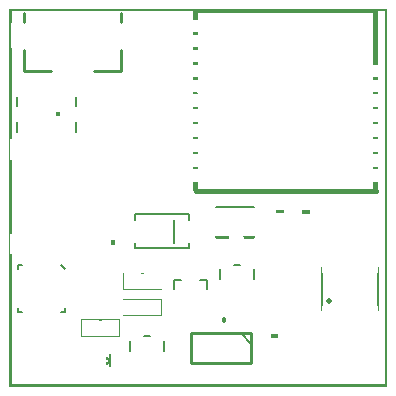
<source format=gto>
G04 MADE WITH FRITZING*
G04 WWW.FRITZING.ORG*
G04 DOUBLE SIDED*
G04 HOLES PLATED*
G04 CONTOUR ON CENTER OF CONTOUR VECTOR*
%ASAXBY*%
%FSLAX23Y23*%
%MOIN*%
%OFA0B0*%
%SFA1.0B1.0*%
%ADD10C,0.015874X-0.00012598*%
%ADD11C,0.019307X0.00330709*%
%ADD12C,0.010000*%
%ADD13C,0.005000*%
%ADD14C,0.008000*%
%ADD15C,0.016000*%
%ADD16R,0.001000X0.001000*%
%LNSILK1*%
G90*
G70*
G54D10*
X161Y909D03*
G54D11*
X1065Y286D03*
G54D12*
X805Y179D02*
X605Y179D01*
D02*
X605Y179D02*
X605Y79D01*
D02*
X605Y79D02*
X805Y79D01*
D02*
X805Y79D02*
X805Y179D01*
G54D13*
D02*
X770Y179D02*
X805Y144D01*
G54D14*
D02*
X572Y358D02*
X549Y358D01*
D02*
X549Y358D02*
X549Y327D01*
D02*
X635Y358D02*
X659Y358D01*
D02*
X659Y358D02*
X659Y327D01*
D02*
X689Y600D02*
X815Y600D01*
D02*
X417Y558D02*
X417Y576D01*
D02*
X417Y576D02*
X598Y576D01*
D02*
X598Y576D02*
X598Y558D01*
D02*
X598Y480D02*
X598Y462D01*
D02*
X598Y462D02*
X417Y462D01*
D02*
X417Y462D02*
X417Y480D01*
D02*
X547Y558D02*
X547Y480D01*
D02*
X514Y154D02*
X514Y120D01*
D02*
X402Y120D02*
X402Y154D01*
D02*
X447Y169D02*
X468Y169D01*
D02*
X220Y968D02*
X220Y937D01*
D02*
X220Y882D02*
X220Y850D01*
D02*
X23Y850D02*
X23Y882D01*
D02*
X23Y937D02*
X23Y968D01*
D02*
X28Y263D02*
X28Y249D01*
D02*
X42Y249D02*
X28Y249D01*
D02*
X28Y392D02*
X28Y406D01*
D02*
X28Y406D02*
X42Y406D01*
D02*
X172Y249D02*
X185Y249D01*
D02*
X185Y249D02*
X185Y263D01*
D02*
X185Y392D02*
X172Y406D01*
G54D12*
D02*
X372Y1123D02*
X372Y1052D01*
D02*
X372Y1052D02*
X281Y1052D01*
D02*
X139Y1052D02*
X49Y1052D01*
D02*
X49Y1052D02*
X49Y1123D01*
D02*
X49Y1218D02*
X49Y1245D01*
D02*
X372Y1218D02*
X372Y1245D01*
G54D15*
D02*
X1220Y653D02*
X620Y653D01*
D02*
X1220Y653D02*
X620Y653D01*
G54D14*
D02*
X814Y393D02*
X814Y360D01*
D02*
X702Y360D02*
X702Y393D01*
D02*
X748Y408D02*
X769Y408D01*
G54D16*
X0Y1260D02*
X1258Y1260D01*
X0Y1259D02*
X1258Y1259D01*
X0Y1258D02*
X1258Y1258D01*
X0Y1257D02*
X1258Y1257D01*
X0Y1256D02*
X1258Y1256D01*
X0Y1255D02*
X1258Y1255D01*
X0Y1254D02*
X1258Y1254D01*
X0Y1253D02*
X1258Y1253D01*
X0Y1252D02*
X7Y1252D01*
X612Y1252D02*
X1226Y1252D01*
X1251Y1252D02*
X1258Y1252D01*
X0Y1251D02*
X7Y1251D01*
X612Y1251D02*
X1226Y1251D01*
X1251Y1251D02*
X1258Y1251D01*
X0Y1250D02*
X7Y1250D01*
X612Y1250D02*
X1226Y1250D01*
X1251Y1250D02*
X1258Y1250D01*
X0Y1249D02*
X7Y1249D01*
X612Y1249D02*
X1226Y1249D01*
X1251Y1249D02*
X1258Y1249D01*
X0Y1248D02*
X7Y1248D01*
X612Y1248D02*
X1226Y1248D01*
X1251Y1248D02*
X1258Y1248D01*
X0Y1247D02*
X7Y1247D01*
X612Y1247D02*
X1226Y1247D01*
X1251Y1247D02*
X1258Y1247D01*
X0Y1246D02*
X7Y1246D01*
X612Y1246D02*
X1226Y1246D01*
X1251Y1246D02*
X1258Y1246D01*
X0Y1245D02*
X7Y1245D01*
X612Y1245D02*
X627Y1245D01*
X1212Y1245D02*
X1226Y1245D01*
X1251Y1245D02*
X1258Y1245D01*
X0Y1244D02*
X7Y1244D01*
X612Y1244D02*
X627Y1244D01*
X1212Y1244D02*
X1226Y1244D01*
X1251Y1244D02*
X1258Y1244D01*
X0Y1243D02*
X7Y1243D01*
X612Y1243D02*
X627Y1243D01*
X1212Y1243D02*
X1226Y1243D01*
X1251Y1243D02*
X1258Y1243D01*
X0Y1242D02*
X7Y1242D01*
X612Y1242D02*
X627Y1242D01*
X1212Y1242D02*
X1226Y1242D01*
X1251Y1242D02*
X1258Y1242D01*
X0Y1241D02*
X7Y1241D01*
X612Y1241D02*
X627Y1241D01*
X1212Y1241D02*
X1226Y1241D01*
X1251Y1241D02*
X1258Y1241D01*
X0Y1240D02*
X7Y1240D01*
X612Y1240D02*
X627Y1240D01*
X1212Y1240D02*
X1226Y1240D01*
X1251Y1240D02*
X1258Y1240D01*
X0Y1239D02*
X7Y1239D01*
X612Y1239D02*
X627Y1239D01*
X1212Y1239D02*
X1226Y1239D01*
X1251Y1239D02*
X1258Y1239D01*
X0Y1238D02*
X7Y1238D01*
X612Y1238D02*
X627Y1238D01*
X1212Y1238D02*
X1226Y1238D01*
X1251Y1238D02*
X1258Y1238D01*
X0Y1237D02*
X7Y1237D01*
X612Y1237D02*
X627Y1237D01*
X1212Y1237D02*
X1226Y1237D01*
X1251Y1237D02*
X1258Y1237D01*
X0Y1236D02*
X7Y1236D01*
X612Y1236D02*
X627Y1236D01*
X1212Y1236D02*
X1226Y1236D01*
X1251Y1236D02*
X1258Y1236D01*
X0Y1235D02*
X7Y1235D01*
X612Y1235D02*
X627Y1235D01*
X1212Y1235D02*
X1226Y1235D01*
X1251Y1235D02*
X1258Y1235D01*
X0Y1234D02*
X7Y1234D01*
X612Y1234D02*
X627Y1234D01*
X1212Y1234D02*
X1226Y1234D01*
X1251Y1234D02*
X1258Y1234D01*
X0Y1233D02*
X7Y1233D01*
X612Y1233D02*
X627Y1233D01*
X1212Y1233D02*
X1226Y1233D01*
X1251Y1233D02*
X1258Y1233D01*
X0Y1232D02*
X7Y1232D01*
X612Y1232D02*
X627Y1232D01*
X1212Y1232D02*
X1226Y1232D01*
X1251Y1232D02*
X1258Y1232D01*
X0Y1231D02*
X7Y1231D01*
X612Y1231D02*
X627Y1231D01*
X1212Y1231D02*
X1226Y1231D01*
X1251Y1231D02*
X1258Y1231D01*
X0Y1230D02*
X7Y1230D01*
X612Y1230D02*
X627Y1230D01*
X1212Y1230D02*
X1226Y1230D01*
X1251Y1230D02*
X1258Y1230D01*
X0Y1229D02*
X7Y1229D01*
X612Y1229D02*
X627Y1229D01*
X1212Y1229D02*
X1226Y1229D01*
X1251Y1229D02*
X1258Y1229D01*
X0Y1228D02*
X7Y1228D01*
X612Y1228D02*
X627Y1228D01*
X1212Y1228D02*
X1226Y1228D01*
X1251Y1228D02*
X1258Y1228D01*
X0Y1227D02*
X7Y1227D01*
X612Y1227D02*
X627Y1227D01*
X1212Y1227D02*
X1226Y1227D01*
X1251Y1227D02*
X1258Y1227D01*
X0Y1226D02*
X7Y1226D01*
X612Y1226D02*
X627Y1226D01*
X1212Y1226D02*
X1226Y1226D01*
X1251Y1226D02*
X1258Y1226D01*
X0Y1225D02*
X7Y1225D01*
X612Y1225D02*
X627Y1225D01*
X1212Y1225D02*
X1226Y1225D01*
X1251Y1225D02*
X1258Y1225D01*
X0Y1224D02*
X7Y1224D01*
X1212Y1224D02*
X1226Y1224D01*
X1251Y1224D02*
X1258Y1224D01*
X0Y1223D02*
X7Y1223D01*
X1212Y1223D02*
X1226Y1223D01*
X1251Y1223D02*
X1258Y1223D01*
X0Y1222D02*
X7Y1222D01*
X1212Y1222D02*
X1226Y1222D01*
X1251Y1222D02*
X1258Y1222D01*
X0Y1221D02*
X7Y1221D01*
X1212Y1221D02*
X1226Y1221D01*
X1251Y1221D02*
X1258Y1221D01*
X0Y1220D02*
X7Y1220D01*
X1212Y1220D02*
X1226Y1220D01*
X1251Y1220D02*
X1258Y1220D01*
X0Y1219D02*
X7Y1219D01*
X1212Y1219D02*
X1226Y1219D01*
X1251Y1219D02*
X1258Y1219D01*
X0Y1218D02*
X7Y1218D01*
X1212Y1218D02*
X1226Y1218D01*
X1251Y1218D02*
X1258Y1218D01*
X0Y1217D02*
X7Y1217D01*
X1212Y1217D02*
X1226Y1217D01*
X1251Y1217D02*
X1258Y1217D01*
X0Y1216D02*
X7Y1216D01*
X1212Y1216D02*
X1226Y1216D01*
X1251Y1216D02*
X1258Y1216D01*
X0Y1215D02*
X7Y1215D01*
X1212Y1215D02*
X1226Y1215D01*
X1251Y1215D02*
X1258Y1215D01*
X0Y1214D02*
X7Y1214D01*
X1212Y1214D02*
X1226Y1214D01*
X1251Y1214D02*
X1258Y1214D01*
X0Y1213D02*
X3Y1213D01*
X1212Y1213D02*
X1226Y1213D01*
X1251Y1213D02*
X1258Y1213D01*
X0Y1212D02*
X3Y1212D01*
X1212Y1212D02*
X1226Y1212D01*
X1251Y1212D02*
X1258Y1212D01*
X0Y1211D02*
X3Y1211D01*
X1212Y1211D02*
X1226Y1211D01*
X1251Y1211D02*
X1258Y1211D01*
X0Y1210D02*
X3Y1210D01*
X1212Y1210D02*
X1226Y1210D01*
X1251Y1210D02*
X1258Y1210D01*
X0Y1209D02*
X3Y1209D01*
X1212Y1209D02*
X1226Y1209D01*
X1251Y1209D02*
X1258Y1209D01*
X0Y1208D02*
X3Y1208D01*
X1212Y1208D02*
X1226Y1208D01*
X1251Y1208D02*
X1258Y1208D01*
X0Y1207D02*
X3Y1207D01*
X1212Y1207D02*
X1226Y1207D01*
X1251Y1207D02*
X1258Y1207D01*
X0Y1206D02*
X3Y1206D01*
X1212Y1206D02*
X1226Y1206D01*
X1251Y1206D02*
X1258Y1206D01*
X0Y1205D02*
X3Y1205D01*
X1212Y1205D02*
X1226Y1205D01*
X1251Y1205D02*
X1258Y1205D01*
X0Y1204D02*
X3Y1204D01*
X1212Y1204D02*
X1226Y1204D01*
X1251Y1204D02*
X1258Y1204D01*
X0Y1203D02*
X3Y1203D01*
X1212Y1203D02*
X1226Y1203D01*
X1251Y1203D02*
X1258Y1203D01*
X0Y1202D02*
X3Y1202D01*
X1212Y1202D02*
X1226Y1202D01*
X1251Y1202D02*
X1258Y1202D01*
X0Y1201D02*
X3Y1201D01*
X1212Y1201D02*
X1226Y1201D01*
X1251Y1201D02*
X1258Y1201D01*
X0Y1200D02*
X3Y1200D01*
X1212Y1200D02*
X1226Y1200D01*
X1251Y1200D02*
X1258Y1200D01*
X0Y1199D02*
X3Y1199D01*
X1212Y1199D02*
X1226Y1199D01*
X1251Y1199D02*
X1258Y1199D01*
X0Y1198D02*
X3Y1198D01*
X1212Y1198D02*
X1226Y1198D01*
X1251Y1198D02*
X1258Y1198D01*
X0Y1197D02*
X3Y1197D01*
X1212Y1197D02*
X1226Y1197D01*
X1251Y1197D02*
X1258Y1197D01*
X0Y1196D02*
X3Y1196D01*
X1212Y1196D02*
X1226Y1196D01*
X1251Y1196D02*
X1258Y1196D01*
X0Y1195D02*
X3Y1195D01*
X1212Y1195D02*
X1226Y1195D01*
X1251Y1195D02*
X1258Y1195D01*
X0Y1194D02*
X3Y1194D01*
X1212Y1194D02*
X1226Y1194D01*
X1251Y1194D02*
X1258Y1194D01*
X0Y1193D02*
X3Y1193D01*
X1212Y1193D02*
X1226Y1193D01*
X1251Y1193D02*
X1258Y1193D01*
X0Y1192D02*
X3Y1192D01*
X1212Y1192D02*
X1226Y1192D01*
X1251Y1192D02*
X1258Y1192D01*
X0Y1191D02*
X3Y1191D01*
X1212Y1191D02*
X1226Y1191D01*
X1251Y1191D02*
X1258Y1191D01*
X0Y1190D02*
X3Y1190D01*
X1212Y1190D02*
X1226Y1190D01*
X1251Y1190D02*
X1258Y1190D01*
X0Y1189D02*
X3Y1189D01*
X1212Y1189D02*
X1226Y1189D01*
X1251Y1189D02*
X1258Y1189D01*
X0Y1188D02*
X3Y1188D01*
X1212Y1188D02*
X1226Y1188D01*
X1251Y1188D02*
X1258Y1188D01*
X0Y1187D02*
X3Y1187D01*
X1212Y1187D02*
X1226Y1187D01*
X1251Y1187D02*
X1258Y1187D01*
X0Y1186D02*
X3Y1186D01*
X1212Y1186D02*
X1226Y1186D01*
X1251Y1186D02*
X1258Y1186D01*
X0Y1185D02*
X3Y1185D01*
X1212Y1185D02*
X1226Y1185D01*
X1251Y1185D02*
X1258Y1185D01*
X0Y1184D02*
X3Y1184D01*
X1212Y1184D02*
X1226Y1184D01*
X1251Y1184D02*
X1258Y1184D01*
X0Y1183D02*
X3Y1183D01*
X1212Y1183D02*
X1226Y1183D01*
X1251Y1183D02*
X1258Y1183D01*
X0Y1182D02*
X3Y1182D01*
X612Y1182D02*
X627Y1182D01*
X1212Y1182D02*
X1226Y1182D01*
X1251Y1182D02*
X1258Y1182D01*
X0Y1181D02*
X3Y1181D01*
X612Y1181D02*
X627Y1181D01*
X1212Y1181D02*
X1226Y1181D01*
X1251Y1181D02*
X1258Y1181D01*
X0Y1180D02*
X3Y1180D01*
X612Y1180D02*
X627Y1180D01*
X1212Y1180D02*
X1226Y1180D01*
X1251Y1180D02*
X1258Y1180D01*
X0Y1179D02*
X3Y1179D01*
X612Y1179D02*
X627Y1179D01*
X1212Y1179D02*
X1226Y1179D01*
X1251Y1179D02*
X1258Y1179D01*
X0Y1178D02*
X3Y1178D01*
X612Y1178D02*
X627Y1178D01*
X1212Y1178D02*
X1226Y1178D01*
X1251Y1178D02*
X1258Y1178D01*
X0Y1177D02*
X3Y1177D01*
X612Y1177D02*
X627Y1177D01*
X1212Y1177D02*
X1226Y1177D01*
X1251Y1177D02*
X1258Y1177D01*
X0Y1176D02*
X3Y1176D01*
X612Y1176D02*
X627Y1176D01*
X1212Y1176D02*
X1226Y1176D01*
X1251Y1176D02*
X1258Y1176D01*
X0Y1175D02*
X3Y1175D01*
X612Y1175D02*
X627Y1175D01*
X1212Y1175D02*
X1226Y1175D01*
X1251Y1175D02*
X1258Y1175D01*
X0Y1174D02*
X3Y1174D01*
X1212Y1174D02*
X1226Y1174D01*
X1251Y1174D02*
X1258Y1174D01*
X0Y1173D02*
X3Y1173D01*
X1212Y1173D02*
X1226Y1173D01*
X1251Y1173D02*
X1258Y1173D01*
X0Y1172D02*
X3Y1172D01*
X1212Y1172D02*
X1226Y1172D01*
X1251Y1172D02*
X1258Y1172D01*
X0Y1171D02*
X3Y1171D01*
X1212Y1171D02*
X1226Y1171D01*
X1251Y1171D02*
X1258Y1171D01*
X0Y1170D02*
X3Y1170D01*
X1212Y1170D02*
X1226Y1170D01*
X1251Y1170D02*
X1258Y1170D01*
X0Y1169D02*
X3Y1169D01*
X1212Y1169D02*
X1226Y1169D01*
X1251Y1169D02*
X1258Y1169D01*
X0Y1168D02*
X3Y1168D01*
X1212Y1168D02*
X1226Y1168D01*
X1251Y1168D02*
X1258Y1168D01*
X0Y1167D02*
X3Y1167D01*
X1212Y1167D02*
X1226Y1167D01*
X1251Y1167D02*
X1258Y1167D01*
X0Y1166D02*
X3Y1166D01*
X1212Y1166D02*
X1226Y1166D01*
X1251Y1166D02*
X1258Y1166D01*
X0Y1165D02*
X3Y1165D01*
X1212Y1165D02*
X1226Y1165D01*
X1251Y1165D02*
X1258Y1165D01*
X0Y1164D02*
X3Y1164D01*
X1212Y1164D02*
X1226Y1164D01*
X1251Y1164D02*
X1258Y1164D01*
X0Y1163D02*
X3Y1163D01*
X1212Y1163D02*
X1226Y1163D01*
X1251Y1163D02*
X1258Y1163D01*
X0Y1162D02*
X3Y1162D01*
X1212Y1162D02*
X1226Y1162D01*
X1251Y1162D02*
X1258Y1162D01*
X0Y1161D02*
X3Y1161D01*
X1212Y1161D02*
X1226Y1161D01*
X1251Y1161D02*
X1258Y1161D01*
X0Y1160D02*
X3Y1160D01*
X1212Y1160D02*
X1226Y1160D01*
X1251Y1160D02*
X1258Y1160D01*
X0Y1159D02*
X3Y1159D01*
X1212Y1159D02*
X1226Y1159D01*
X1251Y1159D02*
X1258Y1159D01*
X0Y1158D02*
X3Y1158D01*
X1212Y1158D02*
X1226Y1158D01*
X1251Y1158D02*
X1258Y1158D01*
X0Y1157D02*
X3Y1157D01*
X1212Y1157D02*
X1226Y1157D01*
X1251Y1157D02*
X1258Y1157D01*
X0Y1156D02*
X3Y1156D01*
X1212Y1156D02*
X1226Y1156D01*
X1251Y1156D02*
X1258Y1156D01*
X0Y1155D02*
X3Y1155D01*
X1212Y1155D02*
X1226Y1155D01*
X1251Y1155D02*
X1258Y1155D01*
X0Y1154D02*
X3Y1154D01*
X1212Y1154D02*
X1226Y1154D01*
X1251Y1154D02*
X1258Y1154D01*
X0Y1153D02*
X3Y1153D01*
X1212Y1153D02*
X1226Y1153D01*
X1251Y1153D02*
X1258Y1153D01*
X0Y1152D02*
X3Y1152D01*
X1212Y1152D02*
X1226Y1152D01*
X1251Y1152D02*
X1258Y1152D01*
X0Y1151D02*
X3Y1151D01*
X1212Y1151D02*
X1226Y1151D01*
X1251Y1151D02*
X1258Y1151D01*
X0Y1150D02*
X3Y1150D01*
X1212Y1150D02*
X1226Y1150D01*
X1251Y1150D02*
X1258Y1150D01*
X0Y1149D02*
X3Y1149D01*
X1212Y1149D02*
X1226Y1149D01*
X1251Y1149D02*
X1258Y1149D01*
X0Y1148D02*
X3Y1148D01*
X1212Y1148D02*
X1226Y1148D01*
X1251Y1148D02*
X1258Y1148D01*
X0Y1147D02*
X3Y1147D01*
X1212Y1147D02*
X1226Y1147D01*
X1251Y1147D02*
X1258Y1147D01*
X0Y1146D02*
X3Y1146D01*
X1212Y1146D02*
X1226Y1146D01*
X1251Y1146D02*
X1258Y1146D01*
X0Y1145D02*
X3Y1145D01*
X1212Y1145D02*
X1226Y1145D01*
X1251Y1145D02*
X1258Y1145D01*
X0Y1144D02*
X3Y1144D01*
X1212Y1144D02*
X1226Y1144D01*
X1251Y1144D02*
X1258Y1144D01*
X0Y1143D02*
X3Y1143D01*
X1212Y1143D02*
X1226Y1143D01*
X1251Y1143D02*
X1258Y1143D01*
X0Y1142D02*
X3Y1142D01*
X1212Y1142D02*
X1226Y1142D01*
X1251Y1142D02*
X1258Y1142D01*
X0Y1141D02*
X3Y1141D01*
X1212Y1141D02*
X1226Y1141D01*
X1251Y1141D02*
X1258Y1141D01*
X0Y1140D02*
X3Y1140D01*
X1212Y1140D02*
X1226Y1140D01*
X1251Y1140D02*
X1258Y1140D01*
X0Y1139D02*
X3Y1139D01*
X1212Y1139D02*
X1226Y1139D01*
X1251Y1139D02*
X1258Y1139D01*
X0Y1138D02*
X3Y1138D01*
X1212Y1138D02*
X1226Y1138D01*
X1251Y1138D02*
X1258Y1138D01*
X0Y1137D02*
X3Y1137D01*
X1212Y1137D02*
X1226Y1137D01*
X1251Y1137D02*
X1258Y1137D01*
X0Y1136D02*
X3Y1136D01*
X1212Y1136D02*
X1226Y1136D01*
X1251Y1136D02*
X1258Y1136D01*
X0Y1135D02*
X3Y1135D01*
X1212Y1135D02*
X1226Y1135D01*
X1251Y1135D02*
X1258Y1135D01*
X0Y1134D02*
X3Y1134D01*
X1212Y1134D02*
X1226Y1134D01*
X1251Y1134D02*
X1258Y1134D01*
X0Y1133D02*
X3Y1133D01*
X1212Y1133D02*
X1226Y1133D01*
X1251Y1133D02*
X1258Y1133D01*
X0Y1132D02*
X3Y1132D01*
X612Y1132D02*
X627Y1132D01*
X1212Y1132D02*
X1226Y1132D01*
X1251Y1132D02*
X1258Y1132D01*
X0Y1131D02*
X3Y1131D01*
X612Y1131D02*
X627Y1131D01*
X1212Y1131D02*
X1226Y1131D01*
X1251Y1131D02*
X1258Y1131D01*
X0Y1130D02*
X3Y1130D01*
X612Y1130D02*
X627Y1130D01*
X1212Y1130D02*
X1226Y1130D01*
X1251Y1130D02*
X1258Y1130D01*
X0Y1129D02*
X4Y1129D01*
X612Y1129D02*
X627Y1129D01*
X1212Y1129D02*
X1226Y1129D01*
X1251Y1129D02*
X1258Y1129D01*
X0Y1128D02*
X7Y1128D01*
X612Y1128D02*
X627Y1128D01*
X1212Y1128D02*
X1226Y1128D01*
X1251Y1128D02*
X1258Y1128D01*
X0Y1127D02*
X7Y1127D01*
X612Y1127D02*
X627Y1127D01*
X1212Y1127D02*
X1226Y1127D01*
X1251Y1127D02*
X1258Y1127D01*
X0Y1126D02*
X7Y1126D01*
X612Y1126D02*
X627Y1126D01*
X1212Y1126D02*
X1226Y1126D01*
X1251Y1126D02*
X1258Y1126D01*
X0Y1125D02*
X7Y1125D01*
X612Y1125D02*
X627Y1125D01*
X1212Y1125D02*
X1226Y1125D01*
X1251Y1125D02*
X1258Y1125D01*
X0Y1124D02*
X7Y1124D01*
X1212Y1124D02*
X1226Y1124D01*
X1251Y1124D02*
X1258Y1124D01*
X0Y1123D02*
X7Y1123D01*
X1212Y1123D02*
X1226Y1123D01*
X1251Y1123D02*
X1258Y1123D01*
X0Y1122D02*
X7Y1122D01*
X1212Y1122D02*
X1226Y1122D01*
X1251Y1122D02*
X1258Y1122D01*
X0Y1121D02*
X7Y1121D01*
X1212Y1121D02*
X1226Y1121D01*
X1251Y1121D02*
X1258Y1121D01*
X0Y1120D02*
X7Y1120D01*
X1212Y1120D02*
X1226Y1120D01*
X1251Y1120D02*
X1258Y1120D01*
X0Y1119D02*
X7Y1119D01*
X1212Y1119D02*
X1226Y1119D01*
X1251Y1119D02*
X1258Y1119D01*
X0Y1118D02*
X7Y1118D01*
X1212Y1118D02*
X1226Y1118D01*
X1251Y1118D02*
X1258Y1118D01*
X0Y1117D02*
X7Y1117D01*
X1212Y1117D02*
X1226Y1117D01*
X1251Y1117D02*
X1258Y1117D01*
X0Y1116D02*
X7Y1116D01*
X1212Y1116D02*
X1226Y1116D01*
X1251Y1116D02*
X1258Y1116D01*
X0Y1115D02*
X7Y1115D01*
X1212Y1115D02*
X1226Y1115D01*
X1251Y1115D02*
X1258Y1115D01*
X0Y1114D02*
X7Y1114D01*
X1212Y1114D02*
X1226Y1114D01*
X1251Y1114D02*
X1258Y1114D01*
X0Y1113D02*
X7Y1113D01*
X1212Y1113D02*
X1226Y1113D01*
X1251Y1113D02*
X1258Y1113D01*
X0Y1112D02*
X7Y1112D01*
X1212Y1112D02*
X1226Y1112D01*
X1251Y1112D02*
X1258Y1112D01*
X0Y1111D02*
X7Y1111D01*
X1212Y1111D02*
X1226Y1111D01*
X1251Y1111D02*
X1258Y1111D01*
X0Y1110D02*
X7Y1110D01*
X1212Y1110D02*
X1226Y1110D01*
X1251Y1110D02*
X1258Y1110D01*
X0Y1109D02*
X7Y1109D01*
X1212Y1109D02*
X1226Y1109D01*
X1251Y1109D02*
X1258Y1109D01*
X0Y1108D02*
X7Y1108D01*
X1212Y1108D02*
X1226Y1108D01*
X1251Y1108D02*
X1258Y1108D01*
X0Y1107D02*
X7Y1107D01*
X1212Y1107D02*
X1226Y1107D01*
X1251Y1107D02*
X1258Y1107D01*
X0Y1106D02*
X7Y1106D01*
X1212Y1106D02*
X1226Y1106D01*
X1251Y1106D02*
X1258Y1106D01*
X0Y1105D02*
X7Y1105D01*
X1212Y1105D02*
X1226Y1105D01*
X1251Y1105D02*
X1258Y1105D01*
X0Y1104D02*
X7Y1104D01*
X1212Y1104D02*
X1226Y1104D01*
X1251Y1104D02*
X1258Y1104D01*
X0Y1103D02*
X7Y1103D01*
X1212Y1103D02*
X1226Y1103D01*
X1251Y1103D02*
X1258Y1103D01*
X0Y1102D02*
X7Y1102D01*
X1212Y1102D02*
X1226Y1102D01*
X1251Y1102D02*
X1258Y1102D01*
X0Y1101D02*
X7Y1101D01*
X1212Y1101D02*
X1226Y1101D01*
X1251Y1101D02*
X1258Y1101D01*
X0Y1100D02*
X7Y1100D01*
X1212Y1100D02*
X1226Y1100D01*
X1251Y1100D02*
X1258Y1100D01*
X0Y1099D02*
X7Y1099D01*
X1212Y1099D02*
X1226Y1099D01*
X1251Y1099D02*
X1258Y1099D01*
X0Y1098D02*
X7Y1098D01*
X1212Y1098D02*
X1226Y1098D01*
X1251Y1098D02*
X1258Y1098D01*
X0Y1097D02*
X7Y1097D01*
X1212Y1097D02*
X1226Y1097D01*
X1251Y1097D02*
X1258Y1097D01*
X0Y1096D02*
X7Y1096D01*
X1212Y1096D02*
X1226Y1096D01*
X1251Y1096D02*
X1258Y1096D01*
X0Y1095D02*
X7Y1095D01*
X1212Y1095D02*
X1226Y1095D01*
X1251Y1095D02*
X1258Y1095D01*
X0Y1094D02*
X7Y1094D01*
X1212Y1094D02*
X1226Y1094D01*
X1251Y1094D02*
X1258Y1094D01*
X0Y1093D02*
X7Y1093D01*
X1212Y1093D02*
X1226Y1093D01*
X1251Y1093D02*
X1258Y1093D01*
X0Y1092D02*
X7Y1092D01*
X1212Y1092D02*
X1226Y1092D01*
X1251Y1092D02*
X1258Y1092D01*
X0Y1091D02*
X7Y1091D01*
X1212Y1091D02*
X1226Y1091D01*
X1251Y1091D02*
X1258Y1091D01*
X0Y1090D02*
X7Y1090D01*
X1212Y1090D02*
X1226Y1090D01*
X1251Y1090D02*
X1258Y1090D01*
X0Y1089D02*
X7Y1089D01*
X1212Y1089D02*
X1226Y1089D01*
X1251Y1089D02*
X1258Y1089D01*
X0Y1088D02*
X7Y1088D01*
X1212Y1088D02*
X1226Y1088D01*
X1251Y1088D02*
X1258Y1088D01*
X0Y1087D02*
X7Y1087D01*
X1212Y1087D02*
X1226Y1087D01*
X1251Y1087D02*
X1258Y1087D01*
X0Y1086D02*
X7Y1086D01*
X1212Y1086D02*
X1226Y1086D01*
X1251Y1086D02*
X1258Y1086D01*
X0Y1085D02*
X7Y1085D01*
X1212Y1085D02*
X1226Y1085D01*
X1251Y1085D02*
X1258Y1085D01*
X0Y1084D02*
X7Y1084D01*
X1212Y1084D02*
X1226Y1084D01*
X1251Y1084D02*
X1258Y1084D01*
X0Y1083D02*
X7Y1083D01*
X1212Y1083D02*
X1226Y1083D01*
X1251Y1083D02*
X1258Y1083D01*
X0Y1082D02*
X7Y1082D01*
X612Y1082D02*
X627Y1082D01*
X1212Y1082D02*
X1226Y1082D01*
X1251Y1082D02*
X1258Y1082D01*
X0Y1081D02*
X7Y1081D01*
X612Y1081D02*
X627Y1081D01*
X1212Y1081D02*
X1226Y1081D01*
X1251Y1081D02*
X1258Y1081D01*
X0Y1080D02*
X7Y1080D01*
X612Y1080D02*
X627Y1080D01*
X1212Y1080D02*
X1226Y1080D01*
X1251Y1080D02*
X1258Y1080D01*
X0Y1079D02*
X7Y1079D01*
X612Y1079D02*
X627Y1079D01*
X1212Y1079D02*
X1226Y1079D01*
X1251Y1079D02*
X1258Y1079D01*
X0Y1078D02*
X7Y1078D01*
X612Y1078D02*
X627Y1078D01*
X1212Y1078D02*
X1226Y1078D01*
X1251Y1078D02*
X1258Y1078D01*
X0Y1077D02*
X7Y1077D01*
X612Y1077D02*
X627Y1077D01*
X1212Y1077D02*
X1226Y1077D01*
X1251Y1077D02*
X1258Y1077D01*
X0Y1076D02*
X7Y1076D01*
X612Y1076D02*
X627Y1076D01*
X1212Y1076D02*
X1226Y1076D01*
X1251Y1076D02*
X1258Y1076D01*
X0Y1075D02*
X7Y1075D01*
X612Y1075D02*
X627Y1075D01*
X1212Y1075D02*
X1226Y1075D01*
X1251Y1075D02*
X1258Y1075D01*
X0Y1074D02*
X7Y1074D01*
X1251Y1074D02*
X1258Y1074D01*
X0Y1073D02*
X7Y1073D01*
X1251Y1073D02*
X1258Y1073D01*
X0Y1072D02*
X7Y1072D01*
X1251Y1072D02*
X1258Y1072D01*
X0Y1071D02*
X7Y1071D01*
X1251Y1071D02*
X1258Y1071D01*
X0Y1070D02*
X7Y1070D01*
X1251Y1070D02*
X1258Y1070D01*
X0Y1069D02*
X7Y1069D01*
X1251Y1069D02*
X1258Y1069D01*
X0Y1068D02*
X7Y1068D01*
X1251Y1068D02*
X1258Y1068D01*
X0Y1067D02*
X7Y1067D01*
X1251Y1067D02*
X1258Y1067D01*
X0Y1066D02*
X7Y1066D01*
X1251Y1066D02*
X1258Y1066D01*
X0Y1065D02*
X7Y1065D01*
X1251Y1065D02*
X1258Y1065D01*
X0Y1064D02*
X7Y1064D01*
X1251Y1064D02*
X1258Y1064D01*
X0Y1063D02*
X7Y1063D01*
X1251Y1063D02*
X1258Y1063D01*
X0Y1062D02*
X7Y1062D01*
X1252Y1062D02*
X1258Y1062D01*
X0Y1061D02*
X7Y1061D01*
X1252Y1061D02*
X1258Y1061D01*
X0Y1060D02*
X7Y1060D01*
X1252Y1060D02*
X1258Y1060D01*
X0Y1059D02*
X7Y1059D01*
X1253Y1059D02*
X1258Y1059D01*
X0Y1058D02*
X7Y1058D01*
X1253Y1058D02*
X1258Y1058D01*
X0Y1057D02*
X7Y1057D01*
X1253Y1057D02*
X1258Y1057D01*
X0Y1056D02*
X7Y1056D01*
X1253Y1056D02*
X1258Y1056D01*
X0Y1055D02*
X7Y1055D01*
X1253Y1055D02*
X1258Y1055D01*
X0Y1054D02*
X7Y1054D01*
X1253Y1054D02*
X1258Y1054D01*
X0Y1053D02*
X7Y1053D01*
X1253Y1053D02*
X1258Y1053D01*
X0Y1052D02*
X7Y1052D01*
X1253Y1052D02*
X1258Y1052D01*
X0Y1051D02*
X7Y1051D01*
X1253Y1051D02*
X1258Y1051D01*
X0Y1050D02*
X7Y1050D01*
X1253Y1050D02*
X1258Y1050D01*
X0Y1049D02*
X7Y1049D01*
X1253Y1049D02*
X1258Y1049D01*
X0Y1048D02*
X7Y1048D01*
X1252Y1048D02*
X1258Y1048D01*
X0Y1047D02*
X7Y1047D01*
X1252Y1047D02*
X1258Y1047D01*
X0Y1046D02*
X7Y1046D01*
X1252Y1046D02*
X1258Y1046D01*
X0Y1045D02*
X7Y1045D01*
X1251Y1045D02*
X1258Y1045D01*
X0Y1044D02*
X7Y1044D01*
X1251Y1044D02*
X1258Y1044D01*
X0Y1043D02*
X7Y1043D01*
X1251Y1043D02*
X1258Y1043D01*
X0Y1042D02*
X7Y1042D01*
X1251Y1042D02*
X1258Y1042D01*
X0Y1041D02*
X7Y1041D01*
X1251Y1041D02*
X1258Y1041D01*
X0Y1040D02*
X7Y1040D01*
X1251Y1040D02*
X1258Y1040D01*
X0Y1039D02*
X7Y1039D01*
X1251Y1039D02*
X1258Y1039D01*
X0Y1038D02*
X7Y1038D01*
X1251Y1038D02*
X1258Y1038D01*
X0Y1037D02*
X7Y1037D01*
X1251Y1037D02*
X1258Y1037D01*
X0Y1036D02*
X7Y1036D01*
X1251Y1036D02*
X1258Y1036D01*
X0Y1035D02*
X7Y1035D01*
X1251Y1035D02*
X1258Y1035D01*
X0Y1034D02*
X7Y1034D01*
X1251Y1034D02*
X1258Y1034D01*
X0Y1033D02*
X7Y1033D01*
X1251Y1033D02*
X1258Y1033D01*
X0Y1032D02*
X7Y1032D01*
X612Y1032D02*
X627Y1032D01*
X1212Y1032D02*
X1226Y1032D01*
X1251Y1032D02*
X1258Y1032D01*
X0Y1031D02*
X7Y1031D01*
X612Y1031D02*
X627Y1031D01*
X1212Y1031D02*
X1226Y1031D01*
X1251Y1031D02*
X1258Y1031D01*
X0Y1030D02*
X7Y1030D01*
X612Y1030D02*
X627Y1030D01*
X1212Y1030D02*
X1226Y1030D01*
X1251Y1030D02*
X1258Y1030D01*
X0Y1029D02*
X7Y1029D01*
X612Y1029D02*
X627Y1029D01*
X1212Y1029D02*
X1226Y1029D01*
X1251Y1029D02*
X1258Y1029D01*
X0Y1028D02*
X7Y1028D01*
X612Y1028D02*
X627Y1028D01*
X1212Y1028D02*
X1226Y1028D01*
X1251Y1028D02*
X1258Y1028D01*
X0Y1027D02*
X7Y1027D01*
X612Y1027D02*
X627Y1027D01*
X1212Y1027D02*
X1226Y1027D01*
X1251Y1027D02*
X1258Y1027D01*
X0Y1026D02*
X7Y1026D01*
X612Y1026D02*
X627Y1026D01*
X1212Y1026D02*
X1226Y1026D01*
X1251Y1026D02*
X1258Y1026D01*
X0Y1025D02*
X7Y1025D01*
X612Y1025D02*
X627Y1025D01*
X1212Y1025D02*
X1226Y1025D01*
X1251Y1025D02*
X1258Y1025D01*
X0Y1024D02*
X7Y1024D01*
X1251Y1024D02*
X1258Y1024D01*
X0Y1023D02*
X7Y1023D01*
X1251Y1023D02*
X1258Y1023D01*
X0Y1022D02*
X7Y1022D01*
X1251Y1022D02*
X1258Y1022D01*
X0Y1021D02*
X7Y1021D01*
X1251Y1021D02*
X1258Y1021D01*
X0Y1020D02*
X7Y1020D01*
X1251Y1020D02*
X1258Y1020D01*
X0Y1019D02*
X7Y1019D01*
X1251Y1019D02*
X1258Y1019D01*
X0Y1018D02*
X7Y1018D01*
X1251Y1018D02*
X1258Y1018D01*
X0Y1017D02*
X7Y1017D01*
X1251Y1017D02*
X1258Y1017D01*
X0Y1016D02*
X7Y1016D01*
X1251Y1016D02*
X1258Y1016D01*
X0Y1015D02*
X7Y1015D01*
X1251Y1015D02*
X1258Y1015D01*
X0Y1014D02*
X7Y1014D01*
X1251Y1014D02*
X1258Y1014D01*
X0Y1013D02*
X7Y1013D01*
X1251Y1013D02*
X1258Y1013D01*
X0Y1012D02*
X7Y1012D01*
X1252Y1012D02*
X1258Y1012D01*
X0Y1011D02*
X7Y1011D01*
X1252Y1011D02*
X1258Y1011D01*
X0Y1010D02*
X7Y1010D01*
X1252Y1010D02*
X1258Y1010D01*
X0Y1009D02*
X7Y1009D01*
X1253Y1009D02*
X1258Y1009D01*
X0Y1008D02*
X7Y1008D01*
X1253Y1008D02*
X1258Y1008D01*
X0Y1007D02*
X7Y1007D01*
X1253Y1007D02*
X1258Y1007D01*
X0Y1006D02*
X7Y1006D01*
X1253Y1006D02*
X1258Y1006D01*
X0Y1005D02*
X7Y1005D01*
X1253Y1005D02*
X1258Y1005D01*
X0Y1004D02*
X7Y1004D01*
X1253Y1004D02*
X1258Y1004D01*
X0Y1003D02*
X7Y1003D01*
X1253Y1003D02*
X1258Y1003D01*
X0Y1002D02*
X7Y1002D01*
X1253Y1002D02*
X1258Y1002D01*
X0Y1001D02*
X7Y1001D01*
X1253Y1001D02*
X1258Y1001D01*
X0Y1000D02*
X7Y1000D01*
X1253Y1000D02*
X1258Y1000D01*
X0Y999D02*
X7Y999D01*
X1253Y999D02*
X1258Y999D01*
X0Y998D02*
X7Y998D01*
X1252Y998D02*
X1258Y998D01*
X0Y997D02*
X7Y997D01*
X1252Y997D02*
X1258Y997D01*
X0Y996D02*
X7Y996D01*
X1252Y996D02*
X1258Y996D01*
X0Y995D02*
X7Y995D01*
X1251Y995D02*
X1258Y995D01*
X0Y994D02*
X7Y994D01*
X1251Y994D02*
X1258Y994D01*
X0Y993D02*
X7Y993D01*
X1251Y993D02*
X1258Y993D01*
X0Y992D02*
X7Y992D01*
X1251Y992D02*
X1258Y992D01*
X0Y991D02*
X7Y991D01*
X1251Y991D02*
X1258Y991D01*
X0Y990D02*
X7Y990D01*
X1251Y990D02*
X1258Y990D01*
X0Y989D02*
X7Y989D01*
X1251Y989D02*
X1258Y989D01*
X0Y988D02*
X7Y988D01*
X1251Y988D02*
X1258Y988D01*
X0Y987D02*
X7Y987D01*
X1251Y987D02*
X1258Y987D01*
X0Y986D02*
X7Y986D01*
X1251Y986D02*
X1258Y986D01*
X0Y985D02*
X7Y985D01*
X1251Y985D02*
X1258Y985D01*
X0Y984D02*
X7Y984D01*
X1251Y984D02*
X1258Y984D01*
X0Y983D02*
X7Y983D01*
X1251Y983D02*
X1258Y983D01*
X0Y982D02*
X7Y982D01*
X612Y982D02*
X625Y982D01*
X1212Y982D02*
X1226Y982D01*
X1251Y982D02*
X1258Y982D01*
X0Y981D02*
X7Y981D01*
X612Y981D02*
X626Y981D01*
X1212Y981D02*
X1226Y981D01*
X1251Y981D02*
X1258Y981D01*
X0Y980D02*
X7Y980D01*
X612Y980D02*
X627Y980D01*
X1212Y980D02*
X1226Y980D01*
X1251Y980D02*
X1258Y980D01*
X0Y979D02*
X7Y979D01*
X612Y979D02*
X627Y979D01*
X1212Y979D02*
X1226Y979D01*
X1251Y979D02*
X1258Y979D01*
X0Y978D02*
X7Y978D01*
X612Y978D02*
X627Y978D01*
X1212Y978D02*
X1226Y978D01*
X1251Y978D02*
X1258Y978D01*
X0Y977D02*
X7Y977D01*
X612Y977D02*
X627Y977D01*
X1212Y977D02*
X1226Y977D01*
X1251Y977D02*
X1258Y977D01*
X0Y976D02*
X7Y976D01*
X612Y976D02*
X627Y976D01*
X1212Y976D02*
X1226Y976D01*
X1251Y976D02*
X1258Y976D01*
X0Y975D02*
X7Y975D01*
X1251Y975D02*
X1258Y975D01*
X0Y974D02*
X7Y974D01*
X1251Y974D02*
X1258Y974D01*
X0Y973D02*
X7Y973D01*
X1251Y973D02*
X1258Y973D01*
X0Y972D02*
X7Y972D01*
X1251Y972D02*
X1258Y972D01*
X0Y971D02*
X7Y971D01*
X1251Y971D02*
X1258Y971D01*
X0Y970D02*
X7Y970D01*
X1251Y970D02*
X1258Y970D01*
X0Y969D02*
X7Y969D01*
X1251Y969D02*
X1258Y969D01*
X0Y968D02*
X7Y968D01*
X1251Y968D02*
X1258Y968D01*
X0Y967D02*
X7Y967D01*
X1251Y967D02*
X1258Y967D01*
X0Y966D02*
X7Y966D01*
X1251Y966D02*
X1258Y966D01*
X0Y965D02*
X7Y965D01*
X1251Y965D02*
X1258Y965D01*
X0Y964D02*
X7Y964D01*
X1251Y964D02*
X1258Y964D01*
X0Y963D02*
X7Y963D01*
X1251Y963D02*
X1258Y963D01*
X0Y962D02*
X7Y962D01*
X1252Y962D02*
X1258Y962D01*
X0Y961D02*
X7Y961D01*
X1252Y961D02*
X1258Y961D01*
X0Y960D02*
X7Y960D01*
X1252Y960D02*
X1258Y960D01*
X0Y959D02*
X7Y959D01*
X1253Y959D02*
X1258Y959D01*
X0Y958D02*
X7Y958D01*
X1253Y958D02*
X1258Y958D01*
X0Y957D02*
X7Y957D01*
X1253Y957D02*
X1258Y957D01*
X0Y956D02*
X7Y956D01*
X1253Y956D02*
X1258Y956D01*
X0Y955D02*
X7Y955D01*
X1253Y955D02*
X1258Y955D01*
X0Y954D02*
X7Y954D01*
X1253Y954D02*
X1258Y954D01*
X0Y953D02*
X7Y953D01*
X1253Y953D02*
X1258Y953D01*
X0Y952D02*
X7Y952D01*
X1253Y952D02*
X1258Y952D01*
X0Y951D02*
X7Y951D01*
X1253Y951D02*
X1258Y951D01*
X0Y950D02*
X7Y950D01*
X1253Y950D02*
X1258Y950D01*
X0Y949D02*
X7Y949D01*
X1253Y949D02*
X1258Y949D01*
X0Y948D02*
X7Y948D01*
X1252Y948D02*
X1258Y948D01*
X0Y947D02*
X7Y947D01*
X1252Y947D02*
X1258Y947D01*
X0Y946D02*
X7Y946D01*
X1252Y946D02*
X1258Y946D01*
X0Y945D02*
X7Y945D01*
X1251Y945D02*
X1258Y945D01*
X0Y944D02*
X7Y944D01*
X1251Y944D02*
X1258Y944D01*
X0Y943D02*
X7Y943D01*
X1251Y943D02*
X1258Y943D01*
X0Y942D02*
X7Y942D01*
X1251Y942D02*
X1258Y942D01*
X0Y941D02*
X7Y941D01*
X1251Y941D02*
X1258Y941D01*
X0Y940D02*
X7Y940D01*
X1251Y940D02*
X1258Y940D01*
X0Y939D02*
X7Y939D01*
X1251Y939D02*
X1258Y939D01*
X0Y938D02*
X7Y938D01*
X1251Y938D02*
X1258Y938D01*
X0Y937D02*
X7Y937D01*
X1251Y937D02*
X1258Y937D01*
X0Y936D02*
X7Y936D01*
X1251Y936D02*
X1258Y936D01*
X0Y935D02*
X7Y935D01*
X1251Y935D02*
X1258Y935D01*
X0Y934D02*
X7Y934D01*
X1251Y934D02*
X1258Y934D01*
X0Y933D02*
X7Y933D01*
X612Y933D02*
X627Y933D01*
X1212Y933D02*
X1226Y933D01*
X1251Y933D02*
X1258Y933D01*
X0Y932D02*
X7Y932D01*
X612Y932D02*
X627Y932D01*
X1212Y932D02*
X1226Y932D01*
X1251Y932D02*
X1258Y932D01*
X0Y931D02*
X7Y931D01*
X612Y931D02*
X627Y931D01*
X1212Y931D02*
X1226Y931D01*
X1251Y931D02*
X1258Y931D01*
X0Y930D02*
X7Y930D01*
X612Y930D02*
X627Y930D01*
X1212Y930D02*
X1226Y930D01*
X1251Y930D02*
X1258Y930D01*
X0Y929D02*
X7Y929D01*
X612Y929D02*
X627Y929D01*
X1212Y929D02*
X1226Y929D01*
X1251Y929D02*
X1258Y929D01*
X0Y928D02*
X7Y928D01*
X612Y928D02*
X627Y928D01*
X1212Y928D02*
X1226Y928D01*
X1251Y928D02*
X1258Y928D01*
X0Y927D02*
X7Y927D01*
X612Y927D02*
X627Y927D01*
X1212Y927D02*
X1226Y927D01*
X1251Y927D02*
X1258Y927D01*
X0Y926D02*
X7Y926D01*
X612Y926D02*
X627Y926D01*
X1212Y926D02*
X1226Y926D01*
X1251Y926D02*
X1258Y926D01*
X0Y925D02*
X7Y925D01*
X1251Y925D02*
X1258Y925D01*
X0Y924D02*
X7Y924D01*
X1251Y924D02*
X1258Y924D01*
X0Y923D02*
X7Y923D01*
X1251Y923D02*
X1258Y923D01*
X0Y922D02*
X7Y922D01*
X1251Y922D02*
X1258Y922D01*
X0Y921D02*
X7Y921D01*
X1251Y921D02*
X1258Y921D01*
X0Y920D02*
X7Y920D01*
X1251Y920D02*
X1258Y920D01*
X0Y919D02*
X7Y919D01*
X1251Y919D02*
X1258Y919D01*
X0Y918D02*
X7Y918D01*
X1251Y918D02*
X1258Y918D01*
X0Y917D02*
X7Y917D01*
X1251Y917D02*
X1258Y917D01*
X0Y916D02*
X7Y916D01*
X1251Y916D02*
X1258Y916D01*
X0Y915D02*
X7Y915D01*
X1251Y915D02*
X1258Y915D01*
X0Y914D02*
X7Y914D01*
X1251Y914D02*
X1258Y914D01*
X0Y913D02*
X7Y913D01*
X1251Y913D02*
X1258Y913D01*
X0Y912D02*
X7Y912D01*
X1252Y912D02*
X1258Y912D01*
X0Y911D02*
X7Y911D01*
X1252Y911D02*
X1258Y911D01*
X0Y910D02*
X7Y910D01*
X1252Y910D02*
X1258Y910D01*
X0Y909D02*
X7Y909D01*
X1253Y909D02*
X1258Y909D01*
X0Y908D02*
X7Y908D01*
X1253Y908D02*
X1258Y908D01*
X0Y907D02*
X7Y907D01*
X1253Y907D02*
X1258Y907D01*
X0Y906D02*
X7Y906D01*
X1253Y906D02*
X1258Y906D01*
X0Y905D02*
X7Y905D01*
X1253Y905D02*
X1258Y905D01*
X0Y904D02*
X7Y904D01*
X1253Y904D02*
X1258Y904D01*
X0Y903D02*
X7Y903D01*
X1253Y903D02*
X1258Y903D01*
X0Y902D02*
X7Y902D01*
X1253Y902D02*
X1258Y902D01*
X0Y901D02*
X7Y901D01*
X1253Y901D02*
X1258Y901D01*
X0Y900D02*
X7Y900D01*
X1253Y900D02*
X1258Y900D01*
X0Y899D02*
X7Y899D01*
X1253Y899D02*
X1258Y899D01*
X0Y898D02*
X7Y898D01*
X1252Y898D02*
X1258Y898D01*
X0Y897D02*
X7Y897D01*
X1252Y897D02*
X1258Y897D01*
X0Y896D02*
X7Y896D01*
X1252Y896D02*
X1258Y896D01*
X0Y895D02*
X7Y895D01*
X1251Y895D02*
X1258Y895D01*
X0Y894D02*
X7Y894D01*
X1251Y894D02*
X1258Y894D01*
X0Y893D02*
X7Y893D01*
X1251Y893D02*
X1258Y893D01*
X0Y892D02*
X7Y892D01*
X1251Y892D02*
X1258Y892D01*
X0Y891D02*
X7Y891D01*
X1251Y891D02*
X1258Y891D01*
X0Y890D02*
X7Y890D01*
X1251Y890D02*
X1258Y890D01*
X0Y889D02*
X7Y889D01*
X1251Y889D02*
X1258Y889D01*
X0Y888D02*
X7Y888D01*
X1251Y888D02*
X1258Y888D01*
X0Y887D02*
X7Y887D01*
X1251Y887D02*
X1258Y887D01*
X0Y886D02*
X7Y886D01*
X1251Y886D02*
X1258Y886D01*
X0Y885D02*
X7Y885D01*
X1251Y885D02*
X1258Y885D01*
X0Y884D02*
X7Y884D01*
X1251Y884D02*
X1258Y884D01*
X0Y883D02*
X7Y883D01*
X612Y883D02*
X627Y883D01*
X1212Y883D02*
X1226Y883D01*
X1251Y883D02*
X1258Y883D01*
X0Y882D02*
X7Y882D01*
X612Y882D02*
X627Y882D01*
X1212Y882D02*
X1226Y882D01*
X1251Y882D02*
X1258Y882D01*
X0Y881D02*
X7Y881D01*
X612Y881D02*
X627Y881D01*
X1212Y881D02*
X1226Y881D01*
X1251Y881D02*
X1258Y881D01*
X0Y880D02*
X7Y880D01*
X612Y880D02*
X627Y880D01*
X1212Y880D02*
X1226Y880D01*
X1251Y880D02*
X1258Y880D01*
X0Y879D02*
X7Y879D01*
X612Y879D02*
X627Y879D01*
X1212Y879D02*
X1226Y879D01*
X1251Y879D02*
X1258Y879D01*
X0Y878D02*
X7Y878D01*
X612Y878D02*
X627Y878D01*
X1212Y878D02*
X1226Y878D01*
X1251Y878D02*
X1258Y878D01*
X0Y877D02*
X7Y877D01*
X612Y877D02*
X627Y877D01*
X1212Y877D02*
X1226Y877D01*
X1251Y877D02*
X1258Y877D01*
X0Y876D02*
X7Y876D01*
X612Y876D02*
X627Y876D01*
X1212Y876D02*
X1226Y876D01*
X1251Y876D02*
X1258Y876D01*
X0Y875D02*
X7Y875D01*
X1251Y875D02*
X1258Y875D01*
X0Y874D02*
X7Y874D01*
X1251Y874D02*
X1258Y874D01*
X0Y873D02*
X7Y873D01*
X1251Y873D02*
X1258Y873D01*
X0Y872D02*
X7Y872D01*
X1251Y872D02*
X1258Y872D01*
X0Y871D02*
X7Y871D01*
X1251Y871D02*
X1258Y871D01*
X0Y870D02*
X7Y870D01*
X1251Y870D02*
X1258Y870D01*
X0Y869D02*
X7Y869D01*
X1251Y869D02*
X1258Y869D01*
X0Y868D02*
X7Y868D01*
X1251Y868D02*
X1258Y868D01*
X0Y867D02*
X7Y867D01*
X1251Y867D02*
X1258Y867D01*
X0Y866D02*
X7Y866D01*
X1251Y866D02*
X1258Y866D01*
X0Y865D02*
X7Y865D01*
X1251Y865D02*
X1258Y865D01*
X0Y864D02*
X7Y864D01*
X1251Y864D02*
X1258Y864D01*
X0Y863D02*
X7Y863D01*
X1251Y863D02*
X1258Y863D01*
X0Y862D02*
X7Y862D01*
X1252Y862D02*
X1258Y862D01*
X0Y861D02*
X7Y861D01*
X1252Y861D02*
X1258Y861D01*
X0Y860D02*
X7Y860D01*
X1252Y860D02*
X1258Y860D01*
X0Y859D02*
X7Y859D01*
X1253Y859D02*
X1258Y859D01*
X0Y858D02*
X7Y858D01*
X1253Y858D02*
X1258Y858D01*
X0Y857D02*
X7Y857D01*
X1253Y857D02*
X1258Y857D01*
X0Y856D02*
X7Y856D01*
X1253Y856D02*
X1258Y856D01*
X0Y855D02*
X7Y855D01*
X1253Y855D02*
X1258Y855D01*
X0Y854D02*
X7Y854D01*
X1253Y854D02*
X1258Y854D01*
X0Y853D02*
X7Y853D01*
X1253Y853D02*
X1258Y853D01*
X0Y852D02*
X7Y852D01*
X1253Y852D02*
X1258Y852D01*
X0Y851D02*
X7Y851D01*
X1253Y851D02*
X1258Y851D01*
X0Y850D02*
X7Y850D01*
X1253Y850D02*
X1258Y850D01*
X0Y849D02*
X7Y849D01*
X1253Y849D02*
X1258Y849D01*
X0Y848D02*
X7Y848D01*
X1252Y848D02*
X1258Y848D01*
X0Y847D02*
X7Y847D01*
X1252Y847D02*
X1258Y847D01*
X0Y846D02*
X7Y846D01*
X1252Y846D02*
X1258Y846D01*
X0Y845D02*
X7Y845D01*
X1251Y845D02*
X1258Y845D01*
X0Y844D02*
X7Y844D01*
X1251Y844D02*
X1258Y844D01*
X0Y843D02*
X7Y843D01*
X1251Y843D02*
X1258Y843D01*
X0Y842D02*
X7Y842D01*
X1251Y842D02*
X1258Y842D01*
X0Y841D02*
X7Y841D01*
X1251Y841D02*
X1258Y841D01*
X0Y840D02*
X7Y840D01*
X1251Y840D02*
X1258Y840D01*
X0Y839D02*
X7Y839D01*
X1251Y839D02*
X1258Y839D01*
X0Y838D02*
X7Y838D01*
X1251Y838D02*
X1258Y838D01*
X0Y837D02*
X7Y837D01*
X1251Y837D02*
X1258Y837D01*
X0Y836D02*
X7Y836D01*
X1251Y836D02*
X1258Y836D01*
X0Y835D02*
X7Y835D01*
X1251Y835D02*
X1258Y835D01*
X0Y834D02*
X7Y834D01*
X1251Y834D02*
X1258Y834D01*
X0Y833D02*
X7Y833D01*
X612Y833D02*
X627Y833D01*
X1212Y833D02*
X1226Y833D01*
X1251Y833D02*
X1258Y833D01*
X0Y832D02*
X7Y832D01*
X612Y832D02*
X627Y832D01*
X1212Y832D02*
X1226Y832D01*
X1251Y832D02*
X1258Y832D01*
X0Y831D02*
X7Y831D01*
X612Y831D02*
X627Y831D01*
X1212Y831D02*
X1226Y831D01*
X1251Y831D02*
X1258Y831D01*
X0Y830D02*
X7Y830D01*
X612Y830D02*
X627Y830D01*
X1212Y830D02*
X1226Y830D01*
X1251Y830D02*
X1258Y830D01*
X0Y829D02*
X7Y829D01*
X612Y829D02*
X627Y829D01*
X1212Y829D02*
X1226Y829D01*
X1251Y829D02*
X1258Y829D01*
X0Y828D02*
X7Y828D01*
X612Y828D02*
X627Y828D01*
X1212Y828D02*
X1226Y828D01*
X1251Y828D02*
X1258Y828D01*
X0Y827D02*
X7Y827D01*
X612Y827D02*
X627Y827D01*
X1212Y827D02*
X1226Y827D01*
X1251Y827D02*
X1258Y827D01*
X0Y826D02*
X7Y826D01*
X612Y826D02*
X627Y826D01*
X1212Y826D02*
X1226Y826D01*
X1251Y826D02*
X1258Y826D01*
X0Y825D02*
X0Y825D01*
X1251Y825D02*
X1258Y825D01*
X0Y824D02*
X0Y824D01*
X1251Y824D02*
X1258Y824D01*
X0Y823D02*
X0Y823D01*
X1251Y823D02*
X1258Y823D01*
X0Y822D02*
X0Y822D01*
X1251Y822D02*
X1258Y822D01*
X0Y821D02*
X0Y821D01*
X1251Y821D02*
X1258Y821D01*
X0Y820D02*
X0Y820D01*
X1251Y820D02*
X1258Y820D01*
X0Y819D02*
X0Y819D01*
X1251Y819D02*
X1258Y819D01*
X0Y818D02*
X0Y818D01*
X1251Y818D02*
X1258Y818D01*
X0Y817D02*
X0Y817D01*
X1251Y817D02*
X1258Y817D01*
X0Y816D02*
X0Y816D01*
X1251Y816D02*
X1258Y816D01*
X0Y815D02*
X0Y815D01*
X1251Y815D02*
X1258Y815D01*
X0Y814D02*
X0Y814D01*
X1251Y814D02*
X1258Y814D01*
X0Y813D02*
X0Y813D01*
X1251Y813D02*
X1258Y813D01*
X0Y812D02*
X0Y812D01*
X1252Y812D02*
X1258Y812D01*
X0Y811D02*
X0Y811D01*
X1252Y811D02*
X1258Y811D01*
X0Y810D02*
X0Y810D01*
X1252Y810D02*
X1258Y810D01*
X0Y809D02*
X0Y809D01*
X1253Y809D02*
X1258Y809D01*
X0Y808D02*
X0Y808D01*
X1253Y808D02*
X1258Y808D01*
X0Y807D02*
X0Y807D01*
X1253Y807D02*
X1258Y807D01*
X0Y806D02*
X0Y806D01*
X1253Y806D02*
X1258Y806D01*
X0Y805D02*
X0Y805D01*
X1253Y805D02*
X1258Y805D01*
X0Y804D02*
X0Y804D01*
X1253Y804D02*
X1258Y804D01*
X0Y803D02*
X0Y803D01*
X1253Y803D02*
X1258Y803D01*
X0Y802D02*
X0Y802D01*
X1253Y802D02*
X1258Y802D01*
X0Y801D02*
X0Y801D01*
X1253Y801D02*
X1258Y801D01*
X0Y800D02*
X0Y800D01*
X1253Y800D02*
X1258Y800D01*
X0Y799D02*
X0Y799D01*
X1253Y799D02*
X1258Y799D01*
X0Y798D02*
X0Y798D01*
X1252Y798D02*
X1258Y798D01*
X0Y797D02*
X0Y797D01*
X1252Y797D02*
X1258Y797D01*
X0Y796D02*
X0Y796D01*
X1252Y796D02*
X1258Y796D01*
X0Y795D02*
X0Y795D01*
X1251Y795D02*
X1258Y795D01*
X0Y794D02*
X0Y794D01*
X1251Y794D02*
X1258Y794D01*
X0Y793D02*
X0Y793D01*
X1251Y793D02*
X1258Y793D01*
X0Y792D02*
X0Y792D01*
X1251Y792D02*
X1258Y792D01*
X0Y791D02*
X0Y791D01*
X1251Y791D02*
X1258Y791D01*
X0Y790D02*
X0Y790D01*
X1251Y790D02*
X1258Y790D01*
X0Y789D02*
X0Y789D01*
X1251Y789D02*
X1258Y789D01*
X0Y788D02*
X0Y788D01*
X1251Y788D02*
X1258Y788D01*
X0Y787D02*
X0Y787D01*
X1251Y787D02*
X1258Y787D01*
X0Y786D02*
X0Y786D01*
X1251Y786D02*
X1258Y786D01*
X0Y785D02*
X0Y785D01*
X1251Y785D02*
X1258Y785D01*
X0Y784D02*
X0Y784D01*
X1251Y784D02*
X1258Y784D01*
X0Y783D02*
X0Y783D01*
X612Y783D02*
X627Y783D01*
X1212Y783D02*
X1226Y783D01*
X1251Y783D02*
X1258Y783D01*
X0Y782D02*
X0Y782D01*
X612Y782D02*
X627Y782D01*
X1212Y782D02*
X1226Y782D01*
X1251Y782D02*
X1258Y782D01*
X0Y781D02*
X0Y781D01*
X612Y781D02*
X627Y781D01*
X1212Y781D02*
X1226Y781D01*
X1251Y781D02*
X1258Y781D01*
X0Y780D02*
X0Y780D01*
X612Y780D02*
X627Y780D01*
X1212Y780D02*
X1226Y780D01*
X1251Y780D02*
X1258Y780D01*
X0Y779D02*
X0Y779D01*
X612Y779D02*
X627Y779D01*
X1212Y779D02*
X1226Y779D01*
X1251Y779D02*
X1258Y779D01*
X0Y778D02*
X0Y778D01*
X612Y778D02*
X627Y778D01*
X1212Y778D02*
X1226Y778D01*
X1251Y778D02*
X1258Y778D01*
X0Y777D02*
X0Y777D01*
X612Y777D02*
X627Y777D01*
X1212Y777D02*
X1226Y777D01*
X1251Y777D02*
X1258Y777D01*
X0Y776D02*
X0Y776D01*
X612Y776D02*
X627Y776D01*
X1212Y776D02*
X1226Y776D01*
X1251Y776D02*
X1258Y776D01*
X0Y775D02*
X0Y775D01*
X1251Y775D02*
X1258Y775D01*
X0Y774D02*
X0Y774D01*
X1251Y774D02*
X1258Y774D01*
X0Y773D02*
X0Y773D01*
X1251Y773D02*
X1258Y773D01*
X0Y772D02*
X0Y772D01*
X1251Y772D02*
X1258Y772D01*
X0Y771D02*
X0Y771D01*
X1251Y771D02*
X1258Y771D01*
X0Y770D02*
X0Y770D01*
X1251Y770D02*
X1258Y770D01*
X0Y769D02*
X0Y769D01*
X1251Y769D02*
X1258Y769D01*
X0Y768D02*
X0Y768D01*
X1251Y768D02*
X1258Y768D01*
X0Y767D02*
X0Y767D01*
X1251Y767D02*
X1258Y767D01*
X0Y766D02*
X0Y766D01*
X1251Y766D02*
X1258Y766D01*
X0Y765D02*
X0Y765D01*
X1251Y765D02*
X1258Y765D01*
X0Y764D02*
X0Y764D01*
X1251Y764D02*
X1258Y764D01*
X0Y763D02*
X0Y763D01*
X1251Y763D02*
X1258Y763D01*
X0Y762D02*
X0Y762D01*
X1252Y762D02*
X1258Y762D01*
X0Y761D02*
X0Y761D01*
X1252Y761D02*
X1258Y761D01*
X0Y760D02*
X0Y760D01*
X1252Y760D02*
X1258Y760D01*
X0Y759D02*
X0Y759D01*
X1253Y759D02*
X1258Y759D01*
X0Y758D02*
X0Y758D01*
X1253Y758D02*
X1258Y758D01*
X0Y757D02*
X1Y757D01*
X1253Y757D02*
X1258Y757D01*
X0Y756D02*
X7Y756D01*
X1253Y756D02*
X1258Y756D01*
X0Y755D02*
X7Y755D01*
X1253Y755D02*
X1258Y755D01*
X0Y754D02*
X7Y754D01*
X1253Y754D02*
X1258Y754D01*
X0Y753D02*
X7Y753D01*
X1253Y753D02*
X1258Y753D01*
X0Y752D02*
X7Y752D01*
X1253Y752D02*
X1258Y752D01*
X0Y751D02*
X7Y751D01*
X1253Y751D02*
X1258Y751D01*
X0Y750D02*
X7Y750D01*
X1253Y750D02*
X1258Y750D01*
X0Y749D02*
X7Y749D01*
X1253Y749D02*
X1258Y749D01*
X0Y748D02*
X7Y748D01*
X1252Y748D02*
X1258Y748D01*
X0Y747D02*
X7Y747D01*
X1252Y747D02*
X1258Y747D01*
X0Y746D02*
X7Y746D01*
X1252Y746D02*
X1258Y746D01*
X0Y745D02*
X7Y745D01*
X1251Y745D02*
X1258Y745D01*
X0Y744D02*
X7Y744D01*
X1251Y744D02*
X1258Y744D01*
X0Y743D02*
X7Y743D01*
X1251Y743D02*
X1258Y743D01*
X0Y742D02*
X7Y742D01*
X1251Y742D02*
X1258Y742D01*
X0Y741D02*
X7Y741D01*
X1251Y741D02*
X1258Y741D01*
X0Y740D02*
X7Y740D01*
X1251Y740D02*
X1258Y740D01*
X0Y739D02*
X7Y739D01*
X1251Y739D02*
X1258Y739D01*
X0Y738D02*
X7Y738D01*
X1251Y738D02*
X1258Y738D01*
X0Y737D02*
X7Y737D01*
X1251Y737D02*
X1258Y737D01*
X0Y736D02*
X7Y736D01*
X1251Y736D02*
X1258Y736D01*
X0Y735D02*
X7Y735D01*
X1251Y735D02*
X1258Y735D01*
X0Y734D02*
X7Y734D01*
X1251Y734D02*
X1258Y734D01*
X0Y733D02*
X7Y733D01*
X612Y733D02*
X627Y733D01*
X1212Y733D02*
X1226Y733D01*
X1251Y733D02*
X1258Y733D01*
X0Y732D02*
X7Y732D01*
X612Y732D02*
X627Y732D01*
X1212Y732D02*
X1226Y732D01*
X1251Y732D02*
X1258Y732D01*
X0Y731D02*
X7Y731D01*
X612Y731D02*
X627Y731D01*
X1212Y731D02*
X1226Y731D01*
X1251Y731D02*
X1258Y731D01*
X0Y730D02*
X7Y730D01*
X612Y730D02*
X627Y730D01*
X1212Y730D02*
X1226Y730D01*
X1251Y730D02*
X1258Y730D01*
X0Y729D02*
X7Y729D01*
X612Y729D02*
X627Y729D01*
X1212Y729D02*
X1226Y729D01*
X1251Y729D02*
X1258Y729D01*
X0Y728D02*
X7Y728D01*
X612Y728D02*
X627Y728D01*
X1212Y728D02*
X1226Y728D01*
X1251Y728D02*
X1258Y728D01*
X0Y727D02*
X7Y727D01*
X612Y727D02*
X627Y727D01*
X1212Y727D02*
X1226Y727D01*
X1251Y727D02*
X1258Y727D01*
X0Y726D02*
X7Y726D01*
X612Y726D02*
X627Y726D01*
X1212Y726D02*
X1226Y726D01*
X1251Y726D02*
X1258Y726D01*
X0Y725D02*
X7Y725D01*
X1251Y725D02*
X1258Y725D01*
X0Y724D02*
X7Y724D01*
X1251Y724D02*
X1258Y724D01*
X0Y723D02*
X7Y723D01*
X1251Y723D02*
X1258Y723D01*
X0Y722D02*
X7Y722D01*
X1251Y722D02*
X1258Y722D01*
X0Y721D02*
X7Y721D01*
X1251Y721D02*
X1258Y721D01*
X0Y720D02*
X7Y720D01*
X1251Y720D02*
X1258Y720D01*
X0Y719D02*
X7Y719D01*
X1251Y719D02*
X1258Y719D01*
X0Y718D02*
X7Y718D01*
X1251Y718D02*
X1258Y718D01*
X0Y717D02*
X7Y717D01*
X1251Y717D02*
X1258Y717D01*
X0Y716D02*
X7Y716D01*
X1251Y716D02*
X1258Y716D01*
X0Y715D02*
X7Y715D01*
X1251Y715D02*
X1258Y715D01*
X0Y714D02*
X7Y714D01*
X1251Y714D02*
X1258Y714D01*
X0Y713D02*
X7Y713D01*
X1251Y713D02*
X1258Y713D01*
X0Y712D02*
X7Y712D01*
X1252Y712D02*
X1258Y712D01*
X0Y711D02*
X7Y711D01*
X1252Y711D02*
X1258Y711D01*
X0Y710D02*
X7Y710D01*
X1252Y710D02*
X1258Y710D01*
X0Y709D02*
X7Y709D01*
X1253Y709D02*
X1258Y709D01*
X0Y708D02*
X7Y708D01*
X1253Y708D02*
X1258Y708D01*
X0Y707D02*
X7Y707D01*
X1253Y707D02*
X1258Y707D01*
X0Y706D02*
X7Y706D01*
X1253Y706D02*
X1258Y706D01*
X0Y705D02*
X7Y705D01*
X1253Y705D02*
X1258Y705D01*
X0Y704D02*
X7Y704D01*
X1253Y704D02*
X1258Y704D01*
X0Y703D02*
X7Y703D01*
X1253Y703D02*
X1258Y703D01*
X0Y702D02*
X7Y702D01*
X1253Y702D02*
X1258Y702D01*
X0Y701D02*
X7Y701D01*
X1253Y701D02*
X1258Y701D01*
X0Y700D02*
X7Y700D01*
X1253Y700D02*
X1258Y700D01*
X0Y699D02*
X7Y699D01*
X1253Y699D02*
X1258Y699D01*
X0Y698D02*
X7Y698D01*
X1252Y698D02*
X1258Y698D01*
X0Y697D02*
X7Y697D01*
X1252Y697D02*
X1258Y697D01*
X0Y696D02*
X7Y696D01*
X1252Y696D02*
X1258Y696D01*
X0Y695D02*
X7Y695D01*
X1251Y695D02*
X1258Y695D01*
X0Y694D02*
X7Y694D01*
X1251Y694D02*
X1258Y694D01*
X0Y693D02*
X7Y693D01*
X1251Y693D02*
X1258Y693D01*
X0Y692D02*
X7Y692D01*
X1251Y692D02*
X1258Y692D01*
X0Y691D02*
X7Y691D01*
X1251Y691D02*
X1258Y691D01*
X0Y690D02*
X7Y690D01*
X1251Y690D02*
X1258Y690D01*
X0Y689D02*
X7Y689D01*
X1251Y689D02*
X1258Y689D01*
X0Y688D02*
X7Y688D01*
X1251Y688D02*
X1258Y688D01*
X0Y687D02*
X7Y687D01*
X1251Y687D02*
X1258Y687D01*
X0Y686D02*
X7Y686D01*
X1251Y686D02*
X1258Y686D01*
X0Y685D02*
X7Y685D01*
X1251Y685D02*
X1258Y685D01*
X0Y684D02*
X7Y684D01*
X1251Y684D02*
X1258Y684D01*
X0Y683D02*
X7Y683D01*
X612Y683D02*
X627Y683D01*
X1212Y683D02*
X1226Y683D01*
X1251Y683D02*
X1258Y683D01*
X0Y682D02*
X7Y682D01*
X612Y682D02*
X627Y682D01*
X1212Y682D02*
X1226Y682D01*
X1251Y682D02*
X1258Y682D01*
X0Y681D02*
X7Y681D01*
X612Y681D02*
X627Y681D01*
X1212Y681D02*
X1226Y681D01*
X1251Y681D02*
X1258Y681D01*
X0Y680D02*
X7Y680D01*
X612Y680D02*
X627Y680D01*
X1212Y680D02*
X1226Y680D01*
X1251Y680D02*
X1258Y680D01*
X0Y679D02*
X7Y679D01*
X612Y679D02*
X627Y679D01*
X1212Y679D02*
X1226Y679D01*
X1251Y679D02*
X1258Y679D01*
X0Y678D02*
X7Y678D01*
X612Y678D02*
X627Y678D01*
X1212Y678D02*
X1226Y678D01*
X1251Y678D02*
X1258Y678D01*
X0Y677D02*
X7Y677D01*
X612Y677D02*
X627Y677D01*
X1212Y677D02*
X1226Y677D01*
X1251Y677D02*
X1258Y677D01*
X0Y676D02*
X7Y676D01*
X612Y676D02*
X627Y676D01*
X1212Y676D02*
X1226Y676D01*
X1251Y676D02*
X1258Y676D01*
X0Y675D02*
X7Y675D01*
X612Y675D02*
X627Y675D01*
X1212Y675D02*
X1226Y675D01*
X1251Y675D02*
X1258Y675D01*
X0Y674D02*
X7Y674D01*
X612Y674D02*
X627Y674D01*
X1212Y674D02*
X1226Y674D01*
X1251Y674D02*
X1258Y674D01*
X0Y673D02*
X7Y673D01*
X612Y673D02*
X627Y673D01*
X1212Y673D02*
X1226Y673D01*
X1251Y673D02*
X1258Y673D01*
X0Y672D02*
X7Y672D01*
X612Y672D02*
X627Y672D01*
X1212Y672D02*
X1226Y672D01*
X1251Y672D02*
X1258Y672D01*
X0Y671D02*
X7Y671D01*
X612Y671D02*
X627Y671D01*
X1212Y671D02*
X1226Y671D01*
X1251Y671D02*
X1258Y671D01*
X0Y670D02*
X7Y670D01*
X612Y670D02*
X627Y670D01*
X1212Y670D02*
X1226Y670D01*
X1251Y670D02*
X1258Y670D01*
X0Y669D02*
X7Y669D01*
X612Y669D02*
X627Y669D01*
X1212Y669D02*
X1226Y669D01*
X1251Y669D02*
X1258Y669D01*
X0Y668D02*
X7Y668D01*
X612Y668D02*
X627Y668D01*
X1212Y668D02*
X1226Y668D01*
X1251Y668D02*
X1258Y668D01*
X0Y667D02*
X7Y667D01*
X612Y667D02*
X627Y667D01*
X1212Y667D02*
X1226Y667D01*
X1251Y667D02*
X1258Y667D01*
X0Y666D02*
X7Y666D01*
X612Y666D02*
X627Y666D01*
X1212Y666D02*
X1226Y666D01*
X1251Y666D02*
X1258Y666D01*
X0Y665D02*
X7Y665D01*
X612Y665D02*
X627Y665D01*
X1212Y665D02*
X1226Y665D01*
X1251Y665D02*
X1258Y665D01*
X0Y664D02*
X7Y664D01*
X612Y664D02*
X627Y664D01*
X1212Y664D02*
X1226Y664D01*
X1251Y664D02*
X1258Y664D01*
X0Y663D02*
X7Y663D01*
X612Y663D02*
X627Y663D01*
X1212Y663D02*
X1226Y663D01*
X1251Y663D02*
X1258Y663D01*
X0Y662D02*
X7Y662D01*
X612Y662D02*
X627Y662D01*
X1212Y662D02*
X1226Y662D01*
X1251Y662D02*
X1258Y662D01*
X0Y661D02*
X7Y661D01*
X612Y661D02*
X627Y661D01*
X1212Y661D02*
X1226Y661D01*
X1251Y661D02*
X1258Y661D01*
X0Y660D02*
X7Y660D01*
X612Y660D02*
X627Y660D01*
X1212Y660D02*
X1226Y660D01*
X1251Y660D02*
X1258Y660D01*
X0Y659D02*
X7Y659D01*
X612Y659D02*
X627Y659D01*
X1212Y659D02*
X1226Y659D01*
X1251Y659D02*
X1258Y659D01*
X0Y658D02*
X7Y658D01*
X612Y658D02*
X627Y658D01*
X1212Y658D02*
X1226Y658D01*
X1251Y658D02*
X1258Y658D01*
X0Y657D02*
X7Y657D01*
X612Y657D02*
X627Y657D01*
X1212Y657D02*
X1226Y657D01*
X1251Y657D02*
X1258Y657D01*
X0Y656D02*
X7Y656D01*
X612Y656D02*
X627Y656D01*
X1212Y656D02*
X1226Y656D01*
X1251Y656D02*
X1258Y656D01*
X0Y655D02*
X7Y655D01*
X612Y655D02*
X627Y655D01*
X1212Y655D02*
X1226Y655D01*
X1251Y655D02*
X1258Y655D01*
X0Y654D02*
X7Y654D01*
X1251Y654D02*
X1258Y654D01*
X0Y653D02*
X7Y653D01*
X1251Y653D02*
X1258Y653D01*
X0Y652D02*
X7Y652D01*
X1251Y652D02*
X1258Y652D01*
X0Y651D02*
X7Y651D01*
X1251Y651D02*
X1258Y651D01*
X0Y650D02*
X7Y650D01*
X1251Y650D02*
X1258Y650D01*
X0Y649D02*
X7Y649D01*
X1251Y649D02*
X1258Y649D01*
X0Y648D02*
X7Y648D01*
X1251Y648D02*
X1258Y648D01*
X0Y647D02*
X7Y647D01*
X1251Y647D02*
X1258Y647D01*
X0Y646D02*
X7Y646D01*
X1251Y646D02*
X1258Y646D01*
X0Y645D02*
X7Y645D01*
X1251Y645D02*
X1258Y645D01*
X0Y644D02*
X7Y644D01*
X1251Y644D02*
X1258Y644D01*
X0Y643D02*
X7Y643D01*
X1251Y643D02*
X1258Y643D01*
X0Y642D02*
X7Y642D01*
X1251Y642D02*
X1258Y642D01*
X0Y641D02*
X7Y641D01*
X1251Y641D02*
X1258Y641D01*
X0Y640D02*
X7Y640D01*
X1251Y640D02*
X1258Y640D01*
X0Y639D02*
X7Y639D01*
X1251Y639D02*
X1258Y639D01*
X0Y638D02*
X7Y638D01*
X1251Y638D02*
X1258Y638D01*
X0Y637D02*
X7Y637D01*
X1251Y637D02*
X1258Y637D01*
X0Y636D02*
X7Y636D01*
X1251Y636D02*
X1258Y636D01*
X0Y635D02*
X7Y635D01*
X1251Y635D02*
X1258Y635D01*
X0Y634D02*
X7Y634D01*
X1251Y634D02*
X1258Y634D01*
X0Y633D02*
X7Y633D01*
X1251Y633D02*
X1258Y633D01*
X0Y632D02*
X7Y632D01*
X1251Y632D02*
X1258Y632D01*
X0Y631D02*
X7Y631D01*
X1251Y631D02*
X1258Y631D01*
X0Y630D02*
X7Y630D01*
X1251Y630D02*
X1258Y630D01*
X0Y629D02*
X7Y629D01*
X1251Y629D02*
X1258Y629D01*
X0Y628D02*
X7Y628D01*
X1251Y628D02*
X1258Y628D01*
X0Y627D02*
X7Y627D01*
X1251Y627D02*
X1258Y627D01*
X0Y626D02*
X7Y626D01*
X1251Y626D02*
X1258Y626D01*
X0Y625D02*
X7Y625D01*
X1251Y625D02*
X1258Y625D01*
X0Y624D02*
X7Y624D01*
X1251Y624D02*
X1258Y624D01*
X0Y623D02*
X7Y623D01*
X1251Y623D02*
X1258Y623D01*
X0Y622D02*
X7Y622D01*
X1251Y622D02*
X1258Y622D01*
X0Y621D02*
X7Y621D01*
X1251Y621D02*
X1258Y621D01*
X0Y620D02*
X7Y620D01*
X1251Y620D02*
X1258Y620D01*
X0Y619D02*
X7Y619D01*
X1251Y619D02*
X1258Y619D01*
X0Y618D02*
X7Y618D01*
X1251Y618D02*
X1258Y618D01*
X0Y617D02*
X7Y617D01*
X1251Y617D02*
X1258Y617D01*
X0Y616D02*
X7Y616D01*
X1251Y616D02*
X1258Y616D01*
X0Y615D02*
X7Y615D01*
X1251Y615D02*
X1258Y615D01*
X0Y614D02*
X7Y614D01*
X1251Y614D02*
X1258Y614D01*
X0Y613D02*
X7Y613D01*
X1251Y613D02*
X1258Y613D01*
X0Y612D02*
X7Y612D01*
X1251Y612D02*
X1258Y612D01*
X0Y611D02*
X7Y611D01*
X1251Y611D02*
X1258Y611D01*
X0Y610D02*
X7Y610D01*
X1251Y610D02*
X1258Y610D01*
X0Y609D02*
X7Y609D01*
X1251Y609D02*
X1258Y609D01*
X0Y608D02*
X7Y608D01*
X1251Y608D02*
X1258Y608D01*
X0Y607D02*
X7Y607D01*
X1251Y607D02*
X1258Y607D01*
X0Y606D02*
X7Y606D01*
X1251Y606D02*
X1258Y606D01*
X0Y605D02*
X7Y605D01*
X1251Y605D02*
X1258Y605D01*
X0Y604D02*
X7Y604D01*
X1251Y604D02*
X1258Y604D01*
X0Y603D02*
X7Y603D01*
X1251Y603D02*
X1258Y603D01*
X0Y602D02*
X7Y602D01*
X1251Y602D02*
X1258Y602D01*
X0Y601D02*
X7Y601D01*
X1251Y601D02*
X1258Y601D01*
X0Y600D02*
X7Y600D01*
X1251Y600D02*
X1258Y600D01*
X0Y599D02*
X7Y599D01*
X1251Y599D02*
X1258Y599D01*
X0Y598D02*
X7Y598D01*
X1251Y598D02*
X1258Y598D01*
X0Y597D02*
X7Y597D01*
X1251Y597D02*
X1258Y597D01*
X0Y596D02*
X7Y596D01*
X1251Y596D02*
X1258Y596D01*
X0Y595D02*
X7Y595D01*
X1251Y595D02*
X1258Y595D01*
X0Y594D02*
X7Y594D01*
X1251Y594D02*
X1258Y594D01*
X0Y593D02*
X7Y593D01*
X1251Y593D02*
X1258Y593D01*
X0Y592D02*
X7Y592D01*
X1251Y592D02*
X1258Y592D01*
X0Y591D02*
X7Y591D01*
X887Y591D02*
X914Y591D01*
X1251Y591D02*
X1258Y591D01*
X0Y590D02*
X7Y590D01*
X887Y590D02*
X914Y590D01*
X1251Y590D02*
X1258Y590D01*
X0Y589D02*
X7Y589D01*
X887Y589D02*
X914Y589D01*
X974Y589D02*
X1001Y589D01*
X1251Y589D02*
X1258Y589D01*
X0Y588D02*
X7Y588D01*
X887Y588D02*
X914Y588D01*
X974Y588D02*
X1001Y588D01*
X1251Y588D02*
X1258Y588D01*
X0Y587D02*
X7Y587D01*
X887Y587D02*
X914Y587D01*
X974Y587D02*
X1001Y587D01*
X1251Y587D02*
X1258Y587D01*
X0Y586D02*
X7Y586D01*
X887Y586D02*
X914Y586D01*
X974Y586D02*
X1001Y586D01*
X1251Y586D02*
X1258Y586D01*
X0Y585D02*
X7Y585D01*
X887Y585D02*
X914Y585D01*
X974Y585D02*
X1001Y585D01*
X1251Y585D02*
X1258Y585D01*
X0Y584D02*
X7Y584D01*
X887Y584D02*
X914Y584D01*
X974Y584D02*
X1001Y584D01*
X1251Y584D02*
X1258Y584D01*
X0Y583D02*
X7Y583D01*
X887Y583D02*
X914Y583D01*
X974Y583D02*
X1001Y583D01*
X1251Y583D02*
X1258Y583D01*
X0Y582D02*
X7Y582D01*
X887Y582D02*
X914Y582D01*
X974Y582D02*
X1001Y582D01*
X1251Y582D02*
X1258Y582D01*
X0Y581D02*
X7Y581D01*
X887Y581D02*
X914Y581D01*
X974Y581D02*
X1001Y581D01*
X1251Y581D02*
X1258Y581D01*
X0Y580D02*
X7Y580D01*
X887Y580D02*
X914Y580D01*
X974Y580D02*
X1001Y580D01*
X1251Y580D02*
X1258Y580D01*
X0Y579D02*
X7Y579D01*
X887Y579D02*
X914Y579D01*
X974Y579D02*
X1001Y579D01*
X1251Y579D02*
X1258Y579D01*
X0Y578D02*
X7Y578D01*
X974Y578D02*
X1001Y578D01*
X1251Y578D02*
X1258Y578D01*
X0Y577D02*
X7Y577D01*
X974Y577D02*
X1001Y577D01*
X1251Y577D02*
X1258Y577D01*
X0Y576D02*
X7Y576D01*
X974Y576D02*
X1001Y576D01*
X1251Y576D02*
X1258Y576D01*
X0Y575D02*
X7Y575D01*
X1251Y575D02*
X1258Y575D01*
X0Y574D02*
X7Y574D01*
X1251Y574D02*
X1258Y574D01*
X0Y573D02*
X7Y573D01*
X1251Y573D02*
X1258Y573D01*
X0Y572D02*
X7Y572D01*
X1251Y572D02*
X1258Y572D01*
X0Y571D02*
X7Y571D01*
X1251Y571D02*
X1258Y571D01*
X0Y570D02*
X7Y570D01*
X1251Y570D02*
X1258Y570D01*
X0Y569D02*
X7Y569D01*
X1251Y569D02*
X1258Y569D01*
X0Y568D02*
X7Y568D01*
X1251Y568D02*
X1258Y568D01*
X0Y567D02*
X7Y567D01*
X1251Y567D02*
X1258Y567D01*
X0Y566D02*
X7Y566D01*
X1251Y566D02*
X1258Y566D01*
X0Y565D02*
X7Y565D01*
X1251Y565D02*
X1258Y565D01*
X0Y564D02*
X7Y564D01*
X1251Y564D02*
X1258Y564D01*
X0Y563D02*
X7Y563D01*
X1251Y563D02*
X1258Y563D01*
X0Y562D02*
X7Y562D01*
X1251Y562D02*
X1258Y562D01*
X0Y561D02*
X7Y561D01*
X1251Y561D02*
X1258Y561D01*
X0Y560D02*
X7Y560D01*
X1251Y560D02*
X1258Y560D01*
X0Y559D02*
X7Y559D01*
X1251Y559D02*
X1258Y559D01*
X0Y558D02*
X7Y558D01*
X1251Y558D02*
X1258Y558D01*
X0Y557D02*
X7Y557D01*
X1251Y557D02*
X1258Y557D01*
X0Y556D02*
X7Y556D01*
X1251Y556D02*
X1258Y556D01*
X0Y555D02*
X7Y555D01*
X1251Y555D02*
X1258Y555D01*
X0Y554D02*
X7Y554D01*
X1251Y554D02*
X1258Y554D01*
X0Y553D02*
X7Y553D01*
X1251Y553D02*
X1258Y553D01*
X0Y552D02*
X7Y552D01*
X1251Y552D02*
X1258Y552D01*
X0Y551D02*
X7Y551D01*
X1251Y551D02*
X1258Y551D01*
X0Y550D02*
X7Y550D01*
X1251Y550D02*
X1258Y550D01*
X0Y549D02*
X7Y549D01*
X1251Y549D02*
X1258Y549D01*
X0Y548D02*
X7Y548D01*
X1251Y548D02*
X1258Y548D01*
X0Y547D02*
X7Y547D01*
X1251Y547D02*
X1258Y547D01*
X0Y546D02*
X7Y546D01*
X1251Y546D02*
X1258Y546D01*
X0Y545D02*
X7Y545D01*
X1251Y545D02*
X1258Y545D01*
X0Y544D02*
X7Y544D01*
X1251Y544D02*
X1258Y544D01*
X0Y543D02*
X7Y543D01*
X1251Y543D02*
X1258Y543D01*
X0Y542D02*
X7Y542D01*
X1251Y542D02*
X1258Y542D01*
X0Y541D02*
X7Y541D01*
X1251Y541D02*
X1258Y541D01*
X0Y540D02*
X7Y540D01*
X1251Y540D02*
X1258Y540D01*
X0Y539D02*
X7Y539D01*
X1251Y539D02*
X1258Y539D01*
X0Y538D02*
X7Y538D01*
X1251Y538D02*
X1258Y538D01*
X0Y537D02*
X7Y537D01*
X1251Y537D02*
X1258Y537D01*
X0Y536D02*
X7Y536D01*
X1251Y536D02*
X1258Y536D01*
X0Y535D02*
X7Y535D01*
X1251Y535D02*
X1258Y535D01*
X0Y534D02*
X7Y534D01*
X1251Y534D02*
X1258Y534D01*
X0Y533D02*
X7Y533D01*
X1251Y533D02*
X1258Y533D01*
X0Y532D02*
X7Y532D01*
X1251Y532D02*
X1258Y532D01*
X0Y531D02*
X7Y531D01*
X1251Y531D02*
X1258Y531D01*
X0Y530D02*
X7Y530D01*
X1251Y530D02*
X1258Y530D01*
X0Y529D02*
X7Y529D01*
X1251Y529D02*
X1258Y529D01*
X0Y528D02*
X7Y528D01*
X1251Y528D02*
X1258Y528D01*
X0Y527D02*
X7Y527D01*
X1251Y527D02*
X1258Y527D01*
X0Y526D02*
X7Y526D01*
X1251Y526D02*
X1258Y526D01*
X0Y525D02*
X7Y525D01*
X1251Y525D02*
X1258Y525D01*
X0Y524D02*
X7Y524D01*
X1251Y524D02*
X1258Y524D01*
X0Y523D02*
X7Y523D01*
X1251Y523D02*
X1258Y523D01*
X0Y522D02*
X7Y522D01*
X1251Y522D02*
X1258Y522D01*
X0Y521D02*
X7Y521D01*
X1251Y521D02*
X1258Y521D01*
X0Y520D02*
X7Y520D01*
X1251Y520D02*
X1258Y520D01*
X0Y519D02*
X7Y519D01*
X1251Y519D02*
X1258Y519D01*
X0Y518D02*
X7Y518D01*
X1251Y518D02*
X1258Y518D01*
X0Y517D02*
X7Y517D01*
X1251Y517D02*
X1258Y517D01*
X0Y516D02*
X7Y516D01*
X1251Y516D02*
X1258Y516D01*
X0Y515D02*
X7Y515D01*
X1251Y515D02*
X1258Y515D01*
X0Y514D02*
X7Y514D01*
X1251Y514D02*
X1258Y514D01*
X0Y513D02*
X7Y513D01*
X1251Y513D02*
X1258Y513D01*
X0Y512D02*
X7Y512D01*
X1251Y512D02*
X1258Y512D01*
X0Y511D02*
X0Y511D01*
X1251Y511D02*
X1258Y511D01*
X0Y510D02*
X0Y510D01*
X1251Y510D02*
X1258Y510D01*
X0Y509D02*
X0Y509D01*
X1251Y509D02*
X1258Y509D01*
X0Y508D02*
X0Y508D01*
X1251Y508D02*
X1258Y508D01*
X0Y507D02*
X0Y507D01*
X1251Y507D02*
X1258Y507D01*
X0Y506D02*
X0Y506D01*
X1251Y506D02*
X1258Y506D01*
X0Y505D02*
X0Y505D01*
X1251Y505D02*
X1258Y505D01*
X0Y504D02*
X0Y504D01*
X1251Y504D02*
X1258Y504D01*
X0Y503D02*
X0Y503D01*
X1251Y503D02*
X1258Y503D01*
X0Y502D02*
X0Y502D01*
X686Y502D02*
X731Y502D01*
X780Y502D02*
X816Y502D01*
X1251Y502D02*
X1258Y502D01*
X0Y501D02*
X0Y501D01*
X685Y501D02*
X731Y501D01*
X781Y501D02*
X817Y501D01*
X1251Y501D02*
X1258Y501D01*
X0Y500D02*
X0Y500D01*
X685Y500D02*
X731Y500D01*
X781Y500D02*
X817Y500D01*
X1251Y500D02*
X1258Y500D01*
X0Y499D02*
X0Y499D01*
X685Y499D02*
X731Y499D01*
X781Y499D02*
X817Y499D01*
X1251Y499D02*
X1258Y499D01*
X0Y498D02*
X0Y498D01*
X685Y498D02*
X731Y498D01*
X781Y498D02*
X817Y498D01*
X1251Y498D02*
X1258Y498D01*
X0Y497D02*
X0Y497D01*
X685Y497D02*
X731Y497D01*
X781Y497D02*
X817Y497D01*
X1251Y497D02*
X1258Y497D01*
X0Y496D02*
X0Y496D01*
X686Y496D02*
X731Y496D01*
X781Y496D02*
X816Y496D01*
X1251Y496D02*
X1258Y496D01*
X0Y495D02*
X0Y495D01*
X687Y495D02*
X731Y495D01*
X781Y495D02*
X814Y495D01*
X1251Y495D02*
X1258Y495D01*
X0Y494D02*
X0Y494D01*
X1251Y494D02*
X1258Y494D01*
X0Y493D02*
X0Y493D01*
X1251Y493D02*
X1258Y493D01*
X0Y492D02*
X0Y492D01*
X1251Y492D02*
X1258Y492D01*
X0Y491D02*
X0Y491D01*
X343Y491D02*
X347Y491D01*
X1251Y491D02*
X1258Y491D01*
X0Y490D02*
X0Y490D01*
X341Y490D02*
X349Y490D01*
X1251Y490D02*
X1258Y490D01*
X0Y489D02*
X0Y489D01*
X340Y489D02*
X350Y489D01*
X1251Y489D02*
X1258Y489D01*
X0Y488D02*
X0Y488D01*
X339Y488D02*
X351Y488D01*
X1251Y488D02*
X1258Y488D01*
X0Y487D02*
X0Y487D01*
X339Y487D02*
X351Y487D01*
X1251Y487D02*
X1258Y487D01*
X0Y486D02*
X0Y486D01*
X339Y486D02*
X351Y486D01*
X1251Y486D02*
X1258Y486D01*
X0Y485D02*
X0Y485D01*
X339Y485D02*
X351Y485D01*
X1251Y485D02*
X1258Y485D01*
X0Y484D02*
X0Y484D01*
X339Y484D02*
X351Y484D01*
X1251Y484D02*
X1258Y484D01*
X0Y483D02*
X0Y483D01*
X339Y483D02*
X351Y483D01*
X1251Y483D02*
X1258Y483D01*
X0Y482D02*
X0Y482D01*
X339Y482D02*
X351Y482D01*
X1251Y482D02*
X1258Y482D01*
X0Y481D02*
X0Y481D01*
X339Y481D02*
X351Y481D01*
X1251Y481D02*
X1258Y481D01*
X0Y480D02*
X0Y480D01*
X339Y480D02*
X351Y480D01*
X1251Y480D02*
X1258Y480D01*
X0Y479D02*
X0Y479D01*
X339Y479D02*
X351Y479D01*
X1251Y479D02*
X1258Y479D01*
X0Y478D02*
X0Y478D01*
X339Y478D02*
X351Y478D01*
X1251Y478D02*
X1258Y478D01*
X0Y477D02*
X0Y477D01*
X339Y477D02*
X351Y477D01*
X1251Y477D02*
X1258Y477D01*
X0Y476D02*
X0Y476D01*
X339Y476D02*
X351Y476D01*
X1251Y476D02*
X1258Y476D01*
X0Y475D02*
X0Y475D01*
X340Y475D02*
X350Y475D01*
X1251Y475D02*
X1258Y475D01*
X0Y474D02*
X0Y474D01*
X342Y474D02*
X348Y474D01*
X1251Y474D02*
X1258Y474D01*
X0Y473D02*
X0Y473D01*
X345Y473D02*
X345Y473D01*
X1251Y473D02*
X1258Y473D01*
X0Y472D02*
X0Y472D01*
X1251Y472D02*
X1258Y472D01*
X0Y471D02*
X0Y471D01*
X1251Y471D02*
X1258Y471D01*
X0Y470D02*
X0Y470D01*
X1251Y470D02*
X1258Y470D01*
X0Y469D02*
X0Y469D01*
X1251Y469D02*
X1258Y469D01*
X0Y468D02*
X0Y468D01*
X1251Y468D02*
X1258Y468D01*
X0Y467D02*
X0Y467D01*
X1251Y467D02*
X1258Y467D01*
X0Y466D02*
X0Y466D01*
X1251Y466D02*
X1258Y466D01*
X0Y465D02*
X0Y465D01*
X1251Y465D02*
X1258Y465D01*
X0Y464D02*
X0Y464D01*
X1251Y464D02*
X1258Y464D01*
X0Y463D02*
X0Y463D01*
X1251Y463D02*
X1258Y463D01*
X0Y462D02*
X0Y462D01*
X1251Y462D02*
X1258Y462D01*
X0Y461D02*
X0Y461D01*
X1251Y461D02*
X1258Y461D01*
X0Y460D02*
X0Y460D01*
X1251Y460D02*
X1258Y460D01*
X0Y459D02*
X0Y459D01*
X1251Y459D02*
X1258Y459D01*
X0Y458D02*
X0Y458D01*
X1251Y458D02*
X1258Y458D01*
X0Y457D02*
X0Y457D01*
X1251Y457D02*
X1258Y457D01*
X0Y456D02*
X0Y456D01*
X1251Y456D02*
X1258Y456D01*
X0Y455D02*
X0Y455D01*
X1251Y455D02*
X1258Y455D01*
X0Y454D02*
X0Y454D01*
X1251Y454D02*
X1258Y454D01*
X0Y453D02*
X0Y453D01*
X1251Y453D02*
X1258Y453D01*
X0Y452D02*
X0Y452D01*
X1251Y452D02*
X1258Y452D01*
X0Y451D02*
X0Y451D01*
X1251Y451D02*
X1258Y451D01*
X0Y450D02*
X0Y450D01*
X1251Y450D02*
X1258Y450D01*
X0Y449D02*
X0Y449D01*
X1251Y449D02*
X1258Y449D01*
X0Y448D02*
X0Y448D01*
X1251Y448D02*
X1258Y448D01*
X0Y447D02*
X0Y447D01*
X1251Y447D02*
X1258Y447D01*
X0Y446D02*
X0Y446D01*
X1251Y446D02*
X1258Y446D01*
X0Y445D02*
X0Y445D01*
X1251Y445D02*
X1258Y445D01*
X0Y444D02*
X0Y444D01*
X1251Y444D02*
X1258Y444D01*
X0Y443D02*
X0Y443D01*
X1251Y443D02*
X1258Y443D01*
X0Y442D02*
X7Y442D01*
X1251Y442D02*
X1258Y442D01*
X0Y441D02*
X7Y441D01*
X1251Y441D02*
X1258Y441D01*
X0Y440D02*
X7Y440D01*
X1251Y440D02*
X1258Y440D01*
X0Y439D02*
X7Y439D01*
X1251Y439D02*
X1258Y439D01*
X0Y438D02*
X7Y438D01*
X1251Y438D02*
X1258Y438D01*
X0Y437D02*
X7Y437D01*
X1251Y437D02*
X1258Y437D01*
X0Y436D02*
X7Y436D01*
X1251Y436D02*
X1258Y436D01*
X0Y435D02*
X7Y435D01*
X1251Y435D02*
X1258Y435D01*
X0Y434D02*
X7Y434D01*
X1251Y434D02*
X1258Y434D01*
X0Y433D02*
X7Y433D01*
X1251Y433D02*
X1258Y433D01*
X0Y432D02*
X7Y432D01*
X1251Y432D02*
X1258Y432D01*
X0Y431D02*
X7Y431D01*
X1251Y431D02*
X1258Y431D01*
X0Y430D02*
X7Y430D01*
X1251Y430D02*
X1258Y430D01*
X0Y429D02*
X7Y429D01*
X1251Y429D02*
X1258Y429D01*
X0Y428D02*
X7Y428D01*
X1251Y428D02*
X1258Y428D01*
X0Y427D02*
X7Y427D01*
X1251Y427D02*
X1258Y427D01*
X0Y426D02*
X7Y426D01*
X1251Y426D02*
X1258Y426D01*
X0Y425D02*
X7Y425D01*
X1251Y425D02*
X1258Y425D01*
X0Y424D02*
X7Y424D01*
X1251Y424D02*
X1258Y424D01*
X0Y423D02*
X7Y423D01*
X1251Y423D02*
X1258Y423D01*
X0Y422D02*
X7Y422D01*
X1251Y422D02*
X1258Y422D01*
X0Y421D02*
X7Y421D01*
X1251Y421D02*
X1258Y421D01*
X0Y420D02*
X7Y420D01*
X1251Y420D02*
X1258Y420D01*
X0Y419D02*
X7Y419D01*
X1251Y419D02*
X1258Y419D01*
X0Y418D02*
X7Y418D01*
X1251Y418D02*
X1258Y418D01*
X0Y417D02*
X7Y417D01*
X1251Y417D02*
X1258Y417D01*
X0Y416D02*
X7Y416D01*
X1251Y416D02*
X1258Y416D01*
X0Y415D02*
X7Y415D01*
X1251Y415D02*
X1258Y415D01*
X0Y414D02*
X7Y414D01*
X1251Y414D02*
X1258Y414D01*
X0Y413D02*
X7Y413D01*
X1251Y413D02*
X1258Y413D01*
X0Y412D02*
X7Y412D01*
X1251Y412D02*
X1258Y412D01*
X0Y411D02*
X7Y411D01*
X1251Y411D02*
X1258Y411D01*
X0Y410D02*
X7Y410D01*
X1251Y410D02*
X1258Y410D01*
X0Y409D02*
X7Y409D01*
X1251Y409D02*
X1258Y409D01*
X0Y408D02*
X7Y408D01*
X1251Y408D02*
X1258Y408D01*
X0Y407D02*
X7Y407D01*
X1251Y407D02*
X1258Y407D01*
X0Y406D02*
X7Y406D01*
X1251Y406D02*
X1258Y406D01*
X0Y405D02*
X7Y405D01*
X1251Y405D02*
X1258Y405D01*
X0Y404D02*
X7Y404D01*
X1251Y404D02*
X1258Y404D01*
X0Y403D02*
X7Y403D01*
X1251Y403D02*
X1258Y403D01*
X0Y402D02*
X7Y402D01*
X1251Y402D02*
X1258Y402D01*
X0Y401D02*
X7Y401D01*
X1251Y401D02*
X1258Y401D01*
X0Y400D02*
X7Y400D01*
X1041Y400D02*
X1042Y400D01*
X1227Y400D02*
X1228Y400D01*
X1251Y400D02*
X1258Y400D01*
X0Y399D02*
X7Y399D01*
X1040Y399D02*
X1042Y399D01*
X1227Y399D02*
X1230Y399D01*
X1251Y399D02*
X1258Y399D01*
X0Y398D02*
X7Y398D01*
X1040Y398D02*
X1042Y398D01*
X1227Y398D02*
X1230Y398D01*
X1251Y398D02*
X1258Y398D01*
X0Y397D02*
X7Y397D01*
X1039Y397D02*
X1042Y397D01*
X1227Y397D02*
X1230Y397D01*
X1251Y397D02*
X1258Y397D01*
X0Y396D02*
X7Y396D01*
X1039Y396D02*
X1042Y396D01*
X1227Y396D02*
X1230Y396D01*
X1251Y396D02*
X1258Y396D01*
X0Y395D02*
X7Y395D01*
X1039Y395D02*
X1042Y395D01*
X1227Y395D02*
X1230Y395D01*
X1251Y395D02*
X1258Y395D01*
X0Y394D02*
X7Y394D01*
X1039Y394D02*
X1042Y394D01*
X1227Y394D02*
X1230Y394D01*
X1251Y394D02*
X1258Y394D01*
X0Y393D02*
X7Y393D01*
X1039Y393D02*
X1042Y393D01*
X1227Y393D02*
X1230Y393D01*
X1251Y393D02*
X1258Y393D01*
X0Y392D02*
X7Y392D01*
X1039Y392D02*
X1042Y392D01*
X1227Y392D02*
X1230Y392D01*
X1251Y392D02*
X1258Y392D01*
X0Y391D02*
X7Y391D01*
X1039Y391D02*
X1042Y391D01*
X1227Y391D02*
X1230Y391D01*
X1251Y391D02*
X1258Y391D01*
X0Y390D02*
X7Y390D01*
X1039Y390D02*
X1042Y390D01*
X1227Y390D02*
X1230Y390D01*
X1251Y390D02*
X1258Y390D01*
X0Y389D02*
X7Y389D01*
X1039Y389D02*
X1042Y389D01*
X1227Y389D02*
X1230Y389D01*
X1251Y389D02*
X1258Y389D01*
X0Y388D02*
X6Y388D01*
X1039Y388D02*
X1042Y388D01*
X1227Y388D02*
X1230Y388D01*
X1251Y388D02*
X1258Y388D01*
X0Y387D02*
X6Y387D01*
X1039Y387D02*
X1042Y387D01*
X1227Y387D02*
X1230Y387D01*
X1251Y387D02*
X1258Y387D01*
X0Y386D02*
X6Y386D01*
X1039Y386D02*
X1042Y386D01*
X1227Y386D02*
X1230Y386D01*
X1251Y386D02*
X1258Y386D01*
X0Y385D02*
X6Y385D01*
X1039Y385D02*
X1042Y385D01*
X1227Y385D02*
X1230Y385D01*
X1251Y385D02*
X1258Y385D01*
X0Y384D02*
X6Y384D01*
X1039Y384D02*
X1042Y384D01*
X1227Y384D02*
X1230Y384D01*
X1251Y384D02*
X1258Y384D01*
X0Y383D02*
X6Y383D01*
X1039Y383D02*
X1042Y383D01*
X1227Y383D02*
X1230Y383D01*
X1251Y383D02*
X1258Y383D01*
X0Y382D02*
X6Y382D01*
X1039Y382D02*
X1042Y382D01*
X1227Y382D02*
X1230Y382D01*
X1251Y382D02*
X1258Y382D01*
X0Y381D02*
X6Y381D01*
X380Y381D02*
X509Y381D01*
X1039Y381D02*
X1043Y381D01*
X1227Y381D02*
X1230Y381D01*
X1251Y381D02*
X1258Y381D01*
X0Y380D02*
X6Y380D01*
X380Y380D02*
X509Y380D01*
X1039Y380D02*
X1044Y380D01*
X1225Y380D02*
X1230Y380D01*
X1251Y380D02*
X1258Y380D01*
X0Y379D02*
X6Y379D01*
X380Y379D02*
X509Y379D01*
X1039Y379D02*
X1044Y379D01*
X1225Y379D02*
X1230Y379D01*
X1251Y379D02*
X1258Y379D01*
X0Y378D02*
X6Y378D01*
X380Y378D02*
X382Y378D01*
X440Y378D02*
X449Y378D01*
X507Y378D02*
X509Y378D01*
X1039Y378D02*
X1044Y378D01*
X1225Y378D02*
X1230Y378D01*
X1251Y378D02*
X1258Y378D01*
X0Y377D02*
X6Y377D01*
X380Y377D02*
X382Y377D01*
X507Y377D02*
X509Y377D01*
X1039Y377D02*
X1044Y377D01*
X1225Y377D02*
X1230Y377D01*
X1251Y377D02*
X1258Y377D01*
X0Y376D02*
X6Y376D01*
X380Y376D02*
X382Y376D01*
X507Y376D02*
X509Y376D01*
X1039Y376D02*
X1044Y376D01*
X1225Y376D02*
X1230Y376D01*
X1251Y376D02*
X1258Y376D01*
X0Y375D02*
X6Y375D01*
X380Y375D02*
X382Y375D01*
X507Y375D02*
X509Y375D01*
X1039Y375D02*
X1044Y375D01*
X1225Y375D02*
X1230Y375D01*
X1251Y375D02*
X1258Y375D01*
X0Y374D02*
X6Y374D01*
X380Y374D02*
X382Y374D01*
X507Y374D02*
X509Y374D01*
X1039Y374D02*
X1044Y374D01*
X1225Y374D02*
X1230Y374D01*
X1251Y374D02*
X1258Y374D01*
X0Y373D02*
X6Y373D01*
X380Y373D02*
X382Y373D01*
X507Y373D02*
X509Y373D01*
X1039Y373D02*
X1044Y373D01*
X1225Y373D02*
X1230Y373D01*
X1251Y373D02*
X1258Y373D01*
X0Y372D02*
X6Y372D01*
X380Y372D02*
X382Y372D01*
X507Y372D02*
X509Y372D01*
X1039Y372D02*
X1044Y372D01*
X1225Y372D02*
X1230Y372D01*
X1251Y372D02*
X1258Y372D01*
X0Y371D02*
X6Y371D01*
X380Y371D02*
X382Y371D01*
X507Y371D02*
X509Y371D01*
X1039Y371D02*
X1044Y371D01*
X1225Y371D02*
X1230Y371D01*
X1251Y371D02*
X1258Y371D01*
X0Y370D02*
X6Y370D01*
X380Y370D02*
X382Y370D01*
X507Y370D02*
X509Y370D01*
X1039Y370D02*
X1044Y370D01*
X1225Y370D02*
X1230Y370D01*
X1251Y370D02*
X1258Y370D01*
X0Y369D02*
X6Y369D01*
X380Y369D02*
X382Y369D01*
X507Y369D02*
X509Y369D01*
X1039Y369D02*
X1044Y369D01*
X1225Y369D02*
X1230Y369D01*
X1251Y369D02*
X1258Y369D01*
X0Y368D02*
X6Y368D01*
X380Y368D02*
X382Y368D01*
X507Y368D02*
X509Y368D01*
X1039Y368D02*
X1044Y368D01*
X1225Y368D02*
X1230Y368D01*
X1251Y368D02*
X1258Y368D01*
X0Y367D02*
X6Y367D01*
X380Y367D02*
X382Y367D01*
X507Y367D02*
X509Y367D01*
X1039Y367D02*
X1044Y367D01*
X1225Y367D02*
X1230Y367D01*
X1251Y367D02*
X1258Y367D01*
X0Y366D02*
X6Y366D01*
X380Y366D02*
X382Y366D01*
X507Y366D02*
X509Y366D01*
X1039Y366D02*
X1044Y366D01*
X1225Y366D02*
X1230Y366D01*
X1251Y366D02*
X1258Y366D01*
X0Y365D02*
X6Y365D01*
X380Y365D02*
X382Y365D01*
X507Y365D02*
X509Y365D01*
X1039Y365D02*
X1044Y365D01*
X1225Y365D02*
X1230Y365D01*
X1251Y365D02*
X1258Y365D01*
X0Y364D02*
X6Y364D01*
X380Y364D02*
X382Y364D01*
X507Y364D02*
X509Y364D01*
X1039Y364D02*
X1044Y364D01*
X1225Y364D02*
X1230Y364D01*
X1251Y364D02*
X1258Y364D01*
X0Y363D02*
X6Y363D01*
X380Y363D02*
X382Y363D01*
X507Y363D02*
X509Y363D01*
X1039Y363D02*
X1044Y363D01*
X1225Y363D02*
X1230Y363D01*
X1251Y363D02*
X1258Y363D01*
X0Y362D02*
X6Y362D01*
X380Y362D02*
X382Y362D01*
X507Y362D02*
X509Y362D01*
X1039Y362D02*
X1044Y362D01*
X1225Y362D02*
X1230Y362D01*
X1251Y362D02*
X1258Y362D01*
X0Y361D02*
X6Y361D01*
X380Y361D02*
X382Y361D01*
X507Y361D02*
X509Y361D01*
X1039Y361D02*
X1044Y361D01*
X1225Y361D02*
X1230Y361D01*
X1251Y361D02*
X1258Y361D01*
X0Y360D02*
X6Y360D01*
X380Y360D02*
X382Y360D01*
X507Y360D02*
X509Y360D01*
X1039Y360D02*
X1044Y360D01*
X1225Y360D02*
X1230Y360D01*
X1251Y360D02*
X1258Y360D01*
X0Y359D02*
X6Y359D01*
X380Y359D02*
X382Y359D01*
X507Y359D02*
X509Y359D01*
X1039Y359D02*
X1044Y359D01*
X1225Y359D02*
X1230Y359D01*
X1251Y359D02*
X1258Y359D01*
X0Y358D02*
X6Y358D01*
X380Y358D02*
X382Y358D01*
X507Y358D02*
X509Y358D01*
X1039Y358D02*
X1044Y358D01*
X1225Y358D02*
X1230Y358D01*
X1251Y358D02*
X1258Y358D01*
X0Y357D02*
X6Y357D01*
X380Y357D02*
X382Y357D01*
X507Y357D02*
X509Y357D01*
X1039Y357D02*
X1044Y357D01*
X1225Y357D02*
X1230Y357D01*
X1251Y357D02*
X1258Y357D01*
X0Y356D02*
X6Y356D01*
X380Y356D02*
X382Y356D01*
X507Y356D02*
X509Y356D01*
X1039Y356D02*
X1044Y356D01*
X1225Y356D02*
X1230Y356D01*
X1251Y356D02*
X1258Y356D01*
X0Y355D02*
X6Y355D01*
X380Y355D02*
X382Y355D01*
X507Y355D02*
X509Y355D01*
X1039Y355D02*
X1044Y355D01*
X1225Y355D02*
X1230Y355D01*
X1251Y355D02*
X1258Y355D01*
X0Y354D02*
X6Y354D01*
X380Y354D02*
X382Y354D01*
X507Y354D02*
X509Y354D01*
X1039Y354D02*
X1044Y354D01*
X1225Y354D02*
X1230Y354D01*
X1251Y354D02*
X1258Y354D01*
X0Y353D02*
X6Y353D01*
X380Y353D02*
X382Y353D01*
X507Y353D02*
X509Y353D01*
X1039Y353D02*
X1044Y353D01*
X1225Y353D02*
X1230Y353D01*
X1251Y353D02*
X1258Y353D01*
X0Y352D02*
X6Y352D01*
X380Y352D02*
X382Y352D01*
X507Y352D02*
X509Y352D01*
X1039Y352D02*
X1044Y352D01*
X1225Y352D02*
X1230Y352D01*
X1251Y352D02*
X1258Y352D01*
X0Y351D02*
X6Y351D01*
X380Y351D02*
X382Y351D01*
X507Y351D02*
X509Y351D01*
X1039Y351D02*
X1044Y351D01*
X1225Y351D02*
X1230Y351D01*
X1251Y351D02*
X1258Y351D01*
X0Y350D02*
X6Y350D01*
X380Y350D02*
X382Y350D01*
X507Y350D02*
X509Y350D01*
X1039Y350D02*
X1044Y350D01*
X1225Y350D02*
X1230Y350D01*
X1251Y350D02*
X1258Y350D01*
X0Y349D02*
X6Y349D01*
X380Y349D02*
X382Y349D01*
X507Y349D02*
X509Y349D01*
X1039Y349D02*
X1044Y349D01*
X1225Y349D02*
X1230Y349D01*
X1251Y349D02*
X1258Y349D01*
X0Y348D02*
X6Y348D01*
X380Y348D02*
X382Y348D01*
X507Y348D02*
X509Y348D01*
X1039Y348D02*
X1044Y348D01*
X1225Y348D02*
X1230Y348D01*
X1251Y348D02*
X1258Y348D01*
X0Y347D02*
X6Y347D01*
X380Y347D02*
X382Y347D01*
X507Y347D02*
X509Y347D01*
X1039Y347D02*
X1044Y347D01*
X1225Y347D02*
X1230Y347D01*
X1251Y347D02*
X1258Y347D01*
X0Y346D02*
X6Y346D01*
X380Y346D02*
X382Y346D01*
X507Y346D02*
X509Y346D01*
X1039Y346D02*
X1044Y346D01*
X1225Y346D02*
X1230Y346D01*
X1251Y346D02*
X1258Y346D01*
X0Y345D02*
X6Y345D01*
X380Y345D02*
X382Y345D01*
X507Y345D02*
X509Y345D01*
X1039Y345D02*
X1044Y345D01*
X1225Y345D02*
X1230Y345D01*
X1251Y345D02*
X1258Y345D01*
X0Y344D02*
X6Y344D01*
X380Y344D02*
X382Y344D01*
X507Y344D02*
X509Y344D01*
X1039Y344D02*
X1044Y344D01*
X1225Y344D02*
X1230Y344D01*
X1251Y344D02*
X1258Y344D01*
X0Y343D02*
X6Y343D01*
X380Y343D02*
X382Y343D01*
X507Y343D02*
X509Y343D01*
X1039Y343D02*
X1044Y343D01*
X1225Y343D02*
X1230Y343D01*
X1251Y343D02*
X1258Y343D01*
X0Y342D02*
X6Y342D01*
X380Y342D02*
X382Y342D01*
X507Y342D02*
X509Y342D01*
X1039Y342D02*
X1044Y342D01*
X1225Y342D02*
X1230Y342D01*
X1251Y342D02*
X1258Y342D01*
X0Y341D02*
X6Y341D01*
X380Y341D02*
X382Y341D01*
X507Y341D02*
X509Y341D01*
X1039Y341D02*
X1044Y341D01*
X1225Y341D02*
X1230Y341D01*
X1251Y341D02*
X1258Y341D01*
X0Y340D02*
X6Y340D01*
X380Y340D02*
X382Y340D01*
X507Y340D02*
X509Y340D01*
X1039Y340D02*
X1044Y340D01*
X1225Y340D02*
X1230Y340D01*
X1251Y340D02*
X1258Y340D01*
X0Y339D02*
X6Y339D01*
X380Y339D02*
X382Y339D01*
X507Y339D02*
X509Y339D01*
X1039Y339D02*
X1044Y339D01*
X1225Y339D02*
X1230Y339D01*
X1251Y339D02*
X1258Y339D01*
X0Y338D02*
X6Y338D01*
X380Y338D02*
X382Y338D01*
X507Y338D02*
X509Y338D01*
X1039Y338D02*
X1044Y338D01*
X1225Y338D02*
X1230Y338D01*
X1251Y338D02*
X1258Y338D01*
X0Y337D02*
X6Y337D01*
X380Y337D02*
X382Y337D01*
X507Y337D02*
X509Y337D01*
X1039Y337D02*
X1044Y337D01*
X1225Y337D02*
X1230Y337D01*
X1251Y337D02*
X1258Y337D01*
X0Y336D02*
X6Y336D01*
X380Y336D02*
X382Y336D01*
X507Y336D02*
X509Y336D01*
X1039Y336D02*
X1044Y336D01*
X1225Y336D02*
X1230Y336D01*
X1251Y336D02*
X1258Y336D01*
X0Y335D02*
X6Y335D01*
X380Y335D02*
X382Y335D01*
X507Y335D02*
X509Y335D01*
X1039Y335D02*
X1044Y335D01*
X1225Y335D02*
X1230Y335D01*
X1251Y335D02*
X1258Y335D01*
X0Y334D02*
X6Y334D01*
X380Y334D02*
X382Y334D01*
X507Y334D02*
X509Y334D01*
X1039Y334D02*
X1044Y334D01*
X1225Y334D02*
X1230Y334D01*
X1251Y334D02*
X1258Y334D01*
X0Y333D02*
X6Y333D01*
X380Y333D02*
X382Y333D01*
X507Y333D02*
X509Y333D01*
X1039Y333D02*
X1044Y333D01*
X1225Y333D02*
X1230Y333D01*
X1251Y333D02*
X1258Y333D01*
X0Y332D02*
X6Y332D01*
X380Y332D02*
X382Y332D01*
X507Y332D02*
X509Y332D01*
X1039Y332D02*
X1044Y332D01*
X1225Y332D02*
X1230Y332D01*
X1251Y332D02*
X1258Y332D01*
X0Y331D02*
X6Y331D01*
X380Y331D02*
X382Y331D01*
X507Y331D02*
X509Y331D01*
X1039Y331D02*
X1044Y331D01*
X1225Y331D02*
X1230Y331D01*
X1251Y331D02*
X1258Y331D01*
X0Y330D02*
X6Y330D01*
X380Y330D02*
X382Y330D01*
X507Y330D02*
X509Y330D01*
X1039Y330D02*
X1044Y330D01*
X1225Y330D02*
X1230Y330D01*
X1251Y330D02*
X1258Y330D01*
X0Y329D02*
X6Y329D01*
X380Y329D02*
X382Y329D01*
X507Y329D02*
X509Y329D01*
X1039Y329D02*
X1044Y329D01*
X1225Y329D02*
X1230Y329D01*
X1251Y329D02*
X1258Y329D01*
X0Y328D02*
X6Y328D01*
X380Y328D02*
X382Y328D01*
X507Y328D02*
X509Y328D01*
X1039Y328D02*
X1044Y328D01*
X1225Y328D02*
X1230Y328D01*
X1251Y328D02*
X1258Y328D01*
X0Y327D02*
X6Y327D01*
X380Y327D02*
X382Y327D01*
X507Y327D02*
X509Y327D01*
X1039Y327D02*
X1044Y327D01*
X1225Y327D02*
X1230Y327D01*
X1251Y327D02*
X1258Y327D01*
X0Y326D02*
X6Y326D01*
X380Y326D02*
X382Y326D01*
X440Y326D02*
X449Y326D01*
X507Y326D02*
X509Y326D01*
X1039Y326D02*
X1044Y326D01*
X1225Y326D02*
X1230Y326D01*
X1251Y326D02*
X1258Y326D01*
X0Y325D02*
X6Y325D01*
X380Y325D02*
X509Y325D01*
X1039Y325D02*
X1044Y325D01*
X1225Y325D02*
X1230Y325D01*
X1251Y325D02*
X1258Y325D01*
X0Y324D02*
X6Y324D01*
X380Y324D02*
X509Y324D01*
X1039Y324D02*
X1044Y324D01*
X1225Y324D02*
X1230Y324D01*
X1251Y324D02*
X1258Y324D01*
X0Y323D02*
X6Y323D01*
X380Y323D02*
X508Y323D01*
X1039Y323D02*
X1044Y323D01*
X1225Y323D02*
X1230Y323D01*
X1251Y323D02*
X1258Y323D01*
X0Y322D02*
X6Y322D01*
X1039Y322D02*
X1044Y322D01*
X1225Y322D02*
X1230Y322D01*
X1251Y322D02*
X1258Y322D01*
X0Y321D02*
X6Y321D01*
X1039Y321D02*
X1044Y321D01*
X1225Y321D02*
X1230Y321D01*
X1251Y321D02*
X1258Y321D01*
X0Y320D02*
X6Y320D01*
X1039Y320D02*
X1044Y320D01*
X1225Y320D02*
X1230Y320D01*
X1251Y320D02*
X1258Y320D01*
X0Y319D02*
X6Y319D01*
X1039Y319D02*
X1044Y319D01*
X1225Y319D02*
X1230Y319D01*
X1251Y319D02*
X1258Y319D01*
X0Y318D02*
X6Y318D01*
X1039Y318D02*
X1044Y318D01*
X1225Y318D02*
X1230Y318D01*
X1251Y318D02*
X1258Y318D01*
X0Y317D02*
X6Y317D01*
X1039Y317D02*
X1044Y317D01*
X1225Y317D02*
X1230Y317D01*
X1251Y317D02*
X1258Y317D01*
X0Y316D02*
X6Y316D01*
X1039Y316D02*
X1044Y316D01*
X1225Y316D02*
X1230Y316D01*
X1251Y316D02*
X1258Y316D01*
X0Y315D02*
X6Y315D01*
X1039Y315D02*
X1044Y315D01*
X1225Y315D02*
X1230Y315D01*
X1251Y315D02*
X1258Y315D01*
X0Y314D02*
X6Y314D01*
X1039Y314D02*
X1044Y314D01*
X1225Y314D02*
X1230Y314D01*
X1251Y314D02*
X1258Y314D01*
X0Y313D02*
X6Y313D01*
X1039Y313D02*
X1044Y313D01*
X1225Y313D02*
X1230Y313D01*
X1251Y313D02*
X1258Y313D01*
X0Y312D02*
X6Y312D01*
X1039Y312D02*
X1044Y312D01*
X1225Y312D02*
X1230Y312D01*
X1251Y312D02*
X1258Y312D01*
X0Y311D02*
X6Y311D01*
X1039Y311D02*
X1044Y311D01*
X1225Y311D02*
X1230Y311D01*
X1251Y311D02*
X1258Y311D01*
X0Y310D02*
X6Y310D01*
X1039Y310D02*
X1044Y310D01*
X1225Y310D02*
X1230Y310D01*
X1251Y310D02*
X1258Y310D01*
X0Y309D02*
X6Y309D01*
X1039Y309D02*
X1044Y309D01*
X1225Y309D02*
X1230Y309D01*
X1251Y309D02*
X1258Y309D01*
X0Y308D02*
X6Y308D01*
X1039Y308D02*
X1044Y308D01*
X1225Y308D02*
X1230Y308D01*
X1251Y308D02*
X1258Y308D01*
X0Y307D02*
X6Y307D01*
X1039Y307D02*
X1044Y307D01*
X1225Y307D02*
X1230Y307D01*
X1251Y307D02*
X1258Y307D01*
X0Y306D02*
X6Y306D01*
X1039Y306D02*
X1044Y306D01*
X1225Y306D02*
X1230Y306D01*
X1251Y306D02*
X1258Y306D01*
X0Y305D02*
X6Y305D01*
X1039Y305D02*
X1044Y305D01*
X1225Y305D02*
X1230Y305D01*
X1251Y305D02*
X1258Y305D01*
X0Y304D02*
X6Y304D01*
X1039Y304D02*
X1044Y304D01*
X1225Y304D02*
X1230Y304D01*
X1251Y304D02*
X1258Y304D01*
X0Y303D02*
X6Y303D01*
X1039Y303D02*
X1044Y303D01*
X1225Y303D02*
X1230Y303D01*
X1251Y303D02*
X1258Y303D01*
X0Y302D02*
X6Y302D01*
X1039Y302D02*
X1044Y302D01*
X1225Y302D02*
X1230Y302D01*
X1251Y302D02*
X1258Y302D01*
X0Y301D02*
X6Y301D01*
X1039Y301D02*
X1044Y301D01*
X1225Y301D02*
X1230Y301D01*
X1251Y301D02*
X1258Y301D01*
X0Y300D02*
X6Y300D01*
X1039Y300D02*
X1044Y300D01*
X1225Y300D02*
X1230Y300D01*
X1251Y300D02*
X1258Y300D01*
X0Y299D02*
X6Y299D01*
X1039Y299D02*
X1044Y299D01*
X1225Y299D02*
X1230Y299D01*
X1251Y299D02*
X1258Y299D01*
X0Y298D02*
X6Y298D01*
X1039Y298D02*
X1044Y298D01*
X1225Y298D02*
X1230Y298D01*
X1251Y298D02*
X1258Y298D01*
X0Y297D02*
X6Y297D01*
X1039Y297D02*
X1044Y297D01*
X1225Y297D02*
X1230Y297D01*
X1251Y297D02*
X1258Y297D01*
X0Y296D02*
X6Y296D01*
X1039Y296D02*
X1044Y296D01*
X1225Y296D02*
X1230Y296D01*
X1251Y296D02*
X1258Y296D01*
X0Y295D02*
X6Y295D01*
X1039Y295D02*
X1044Y295D01*
X1225Y295D02*
X1230Y295D01*
X1251Y295D02*
X1258Y295D01*
X0Y294D02*
X6Y294D01*
X377Y294D02*
X506Y294D01*
X1039Y294D02*
X1044Y294D01*
X1225Y294D02*
X1230Y294D01*
X1251Y294D02*
X1258Y294D01*
X0Y293D02*
X6Y293D01*
X377Y293D02*
X506Y293D01*
X1039Y293D02*
X1044Y293D01*
X1225Y293D02*
X1230Y293D01*
X1251Y293D02*
X1258Y293D01*
X0Y292D02*
X6Y292D01*
X377Y292D02*
X506Y292D01*
X1039Y292D02*
X1044Y292D01*
X1225Y292D02*
X1230Y292D01*
X1251Y292D02*
X1258Y292D01*
X0Y291D02*
X6Y291D01*
X377Y291D02*
X379Y291D01*
X437Y291D02*
X446Y291D01*
X504Y291D02*
X506Y291D01*
X1039Y291D02*
X1044Y291D01*
X1225Y291D02*
X1230Y291D01*
X1251Y291D02*
X1258Y291D01*
X0Y290D02*
X6Y290D01*
X377Y290D02*
X379Y290D01*
X504Y290D02*
X506Y290D01*
X1039Y290D02*
X1044Y290D01*
X1225Y290D02*
X1230Y290D01*
X1251Y290D02*
X1258Y290D01*
X0Y289D02*
X6Y289D01*
X377Y289D02*
X379Y289D01*
X504Y289D02*
X506Y289D01*
X1039Y289D02*
X1044Y289D01*
X1225Y289D02*
X1230Y289D01*
X1251Y289D02*
X1258Y289D01*
X0Y288D02*
X6Y288D01*
X377Y288D02*
X379Y288D01*
X504Y288D02*
X506Y288D01*
X1039Y288D02*
X1044Y288D01*
X1225Y288D02*
X1230Y288D01*
X1251Y288D02*
X1258Y288D01*
X0Y287D02*
X6Y287D01*
X377Y287D02*
X379Y287D01*
X504Y287D02*
X506Y287D01*
X1039Y287D02*
X1044Y287D01*
X1225Y287D02*
X1230Y287D01*
X1251Y287D02*
X1258Y287D01*
X0Y286D02*
X6Y286D01*
X377Y286D02*
X379Y286D01*
X504Y286D02*
X506Y286D01*
X1039Y286D02*
X1044Y286D01*
X1225Y286D02*
X1230Y286D01*
X1251Y286D02*
X1258Y286D01*
X0Y285D02*
X6Y285D01*
X377Y285D02*
X379Y285D01*
X504Y285D02*
X506Y285D01*
X1039Y285D02*
X1044Y285D01*
X1225Y285D02*
X1230Y285D01*
X1251Y285D02*
X1258Y285D01*
X0Y284D02*
X6Y284D01*
X377Y284D02*
X379Y284D01*
X504Y284D02*
X506Y284D01*
X1039Y284D02*
X1044Y284D01*
X1225Y284D02*
X1230Y284D01*
X1251Y284D02*
X1258Y284D01*
X0Y283D02*
X6Y283D01*
X377Y283D02*
X379Y283D01*
X504Y283D02*
X506Y283D01*
X1039Y283D02*
X1044Y283D01*
X1225Y283D02*
X1230Y283D01*
X1251Y283D02*
X1258Y283D01*
X0Y282D02*
X6Y282D01*
X377Y282D02*
X379Y282D01*
X504Y282D02*
X506Y282D01*
X1039Y282D02*
X1044Y282D01*
X1225Y282D02*
X1230Y282D01*
X1251Y282D02*
X1258Y282D01*
X0Y281D02*
X6Y281D01*
X377Y281D02*
X379Y281D01*
X504Y281D02*
X506Y281D01*
X1039Y281D02*
X1044Y281D01*
X1225Y281D02*
X1230Y281D01*
X1251Y281D02*
X1258Y281D01*
X0Y280D02*
X6Y280D01*
X377Y280D02*
X379Y280D01*
X504Y280D02*
X506Y280D01*
X1039Y280D02*
X1044Y280D01*
X1225Y280D02*
X1230Y280D01*
X1251Y280D02*
X1258Y280D01*
X0Y279D02*
X6Y279D01*
X377Y279D02*
X379Y279D01*
X504Y279D02*
X506Y279D01*
X1039Y279D02*
X1044Y279D01*
X1225Y279D02*
X1230Y279D01*
X1251Y279D02*
X1258Y279D01*
X0Y278D02*
X6Y278D01*
X377Y278D02*
X379Y278D01*
X504Y278D02*
X506Y278D01*
X1039Y278D02*
X1044Y278D01*
X1225Y278D02*
X1230Y278D01*
X1251Y278D02*
X1258Y278D01*
X0Y277D02*
X6Y277D01*
X377Y277D02*
X379Y277D01*
X504Y277D02*
X506Y277D01*
X1039Y277D02*
X1044Y277D01*
X1225Y277D02*
X1230Y277D01*
X1251Y277D02*
X1258Y277D01*
X0Y276D02*
X6Y276D01*
X377Y276D02*
X379Y276D01*
X504Y276D02*
X506Y276D01*
X1039Y276D02*
X1044Y276D01*
X1225Y276D02*
X1230Y276D01*
X1251Y276D02*
X1258Y276D01*
X0Y275D02*
X6Y275D01*
X377Y275D02*
X379Y275D01*
X504Y275D02*
X506Y275D01*
X1039Y275D02*
X1044Y275D01*
X1225Y275D02*
X1230Y275D01*
X1251Y275D02*
X1258Y275D01*
X0Y274D02*
X6Y274D01*
X377Y274D02*
X379Y274D01*
X504Y274D02*
X506Y274D01*
X1039Y274D02*
X1044Y274D01*
X1225Y274D02*
X1230Y274D01*
X1251Y274D02*
X1258Y274D01*
X0Y273D02*
X6Y273D01*
X377Y273D02*
X379Y273D01*
X504Y273D02*
X506Y273D01*
X1039Y273D02*
X1044Y273D01*
X1225Y273D02*
X1230Y273D01*
X1251Y273D02*
X1258Y273D01*
X0Y272D02*
X6Y272D01*
X377Y272D02*
X379Y272D01*
X504Y272D02*
X506Y272D01*
X1039Y272D02*
X1044Y272D01*
X1225Y272D02*
X1230Y272D01*
X1251Y272D02*
X1258Y272D01*
X0Y271D02*
X6Y271D01*
X377Y271D02*
X379Y271D01*
X504Y271D02*
X506Y271D01*
X1039Y271D02*
X1042Y271D01*
X1227Y271D02*
X1230Y271D01*
X1251Y271D02*
X1258Y271D01*
X0Y270D02*
X6Y270D01*
X377Y270D02*
X379Y270D01*
X504Y270D02*
X506Y270D01*
X1039Y270D02*
X1042Y270D01*
X1227Y270D02*
X1230Y270D01*
X1251Y270D02*
X1258Y270D01*
X0Y269D02*
X6Y269D01*
X377Y269D02*
X379Y269D01*
X504Y269D02*
X506Y269D01*
X1039Y269D02*
X1042Y269D01*
X1227Y269D02*
X1230Y269D01*
X1251Y269D02*
X1258Y269D01*
X0Y268D02*
X7Y268D01*
X377Y268D02*
X379Y268D01*
X504Y268D02*
X506Y268D01*
X1039Y268D02*
X1042Y268D01*
X1227Y268D02*
X1230Y268D01*
X1251Y268D02*
X1258Y268D01*
X0Y267D02*
X7Y267D01*
X377Y267D02*
X379Y267D01*
X504Y267D02*
X506Y267D01*
X1039Y267D02*
X1042Y267D01*
X1227Y267D02*
X1230Y267D01*
X1251Y267D02*
X1258Y267D01*
X0Y266D02*
X7Y266D01*
X377Y266D02*
X379Y266D01*
X504Y266D02*
X506Y266D01*
X1039Y266D02*
X1042Y266D01*
X1227Y266D02*
X1230Y266D01*
X1251Y266D02*
X1258Y266D01*
X0Y265D02*
X7Y265D01*
X377Y265D02*
X379Y265D01*
X504Y265D02*
X506Y265D01*
X1039Y265D02*
X1042Y265D01*
X1227Y265D02*
X1230Y265D01*
X1251Y265D02*
X1258Y265D01*
X0Y264D02*
X7Y264D01*
X377Y264D02*
X379Y264D01*
X504Y264D02*
X506Y264D01*
X1039Y264D02*
X1042Y264D01*
X1227Y264D02*
X1230Y264D01*
X1251Y264D02*
X1258Y264D01*
X0Y263D02*
X7Y263D01*
X377Y263D02*
X379Y263D01*
X504Y263D02*
X506Y263D01*
X1039Y263D02*
X1042Y263D01*
X1227Y263D02*
X1230Y263D01*
X1251Y263D02*
X1258Y263D01*
X0Y262D02*
X7Y262D01*
X377Y262D02*
X379Y262D01*
X504Y262D02*
X506Y262D01*
X1039Y262D02*
X1042Y262D01*
X1227Y262D02*
X1230Y262D01*
X1251Y262D02*
X1258Y262D01*
X0Y261D02*
X7Y261D01*
X377Y261D02*
X379Y261D01*
X504Y261D02*
X506Y261D01*
X1039Y261D02*
X1042Y261D01*
X1227Y261D02*
X1230Y261D01*
X1251Y261D02*
X1258Y261D01*
X0Y260D02*
X7Y260D01*
X377Y260D02*
X379Y260D01*
X504Y260D02*
X506Y260D01*
X1039Y260D02*
X1042Y260D01*
X1227Y260D02*
X1230Y260D01*
X1251Y260D02*
X1258Y260D01*
X0Y259D02*
X7Y259D01*
X377Y259D02*
X379Y259D01*
X504Y259D02*
X506Y259D01*
X1039Y259D02*
X1042Y259D01*
X1227Y259D02*
X1230Y259D01*
X1251Y259D02*
X1258Y259D01*
X0Y258D02*
X7Y258D01*
X377Y258D02*
X379Y258D01*
X504Y258D02*
X506Y258D01*
X1039Y258D02*
X1042Y258D01*
X1227Y258D02*
X1230Y258D01*
X1251Y258D02*
X1258Y258D01*
X0Y257D02*
X7Y257D01*
X377Y257D02*
X379Y257D01*
X504Y257D02*
X506Y257D01*
X1039Y257D02*
X1042Y257D01*
X1227Y257D02*
X1230Y257D01*
X1251Y257D02*
X1258Y257D01*
X0Y256D02*
X7Y256D01*
X377Y256D02*
X379Y256D01*
X504Y256D02*
X506Y256D01*
X1039Y256D02*
X1042Y256D01*
X1227Y256D02*
X1230Y256D01*
X1251Y256D02*
X1258Y256D01*
X0Y255D02*
X7Y255D01*
X377Y255D02*
X379Y255D01*
X504Y255D02*
X506Y255D01*
X1039Y255D02*
X1042Y255D01*
X1227Y255D02*
X1230Y255D01*
X1251Y255D02*
X1258Y255D01*
X0Y254D02*
X7Y254D01*
X377Y254D02*
X379Y254D01*
X504Y254D02*
X506Y254D01*
X1040Y254D02*
X1042Y254D01*
X1227Y254D02*
X1230Y254D01*
X1251Y254D02*
X1258Y254D01*
X0Y253D02*
X7Y253D01*
X377Y253D02*
X379Y253D01*
X504Y253D02*
X506Y253D01*
X1041Y253D02*
X1042Y253D01*
X1227Y253D02*
X1229Y253D01*
X1251Y253D02*
X1258Y253D01*
X0Y252D02*
X7Y252D01*
X377Y252D02*
X379Y252D01*
X504Y252D02*
X506Y252D01*
X1251Y252D02*
X1258Y252D01*
X0Y251D02*
X7Y251D01*
X377Y251D02*
X379Y251D01*
X504Y251D02*
X506Y251D01*
X1251Y251D02*
X1258Y251D01*
X0Y250D02*
X7Y250D01*
X377Y250D02*
X379Y250D01*
X504Y250D02*
X506Y250D01*
X1251Y250D02*
X1258Y250D01*
X0Y249D02*
X7Y249D01*
X377Y249D02*
X379Y249D01*
X504Y249D02*
X506Y249D01*
X1251Y249D02*
X1258Y249D01*
X0Y248D02*
X7Y248D01*
X377Y248D02*
X379Y248D01*
X504Y248D02*
X506Y248D01*
X1251Y248D02*
X1258Y248D01*
X0Y247D02*
X7Y247D01*
X377Y247D02*
X379Y247D01*
X504Y247D02*
X506Y247D01*
X1251Y247D02*
X1258Y247D01*
X0Y246D02*
X7Y246D01*
X377Y246D02*
X379Y246D01*
X504Y246D02*
X506Y246D01*
X1251Y246D02*
X1258Y246D01*
X0Y245D02*
X7Y245D01*
X377Y245D02*
X379Y245D01*
X504Y245D02*
X506Y245D01*
X1251Y245D02*
X1258Y245D01*
X0Y244D02*
X7Y244D01*
X377Y244D02*
X379Y244D01*
X504Y244D02*
X506Y244D01*
X1251Y244D02*
X1258Y244D01*
X0Y243D02*
X7Y243D01*
X377Y243D02*
X379Y243D01*
X504Y243D02*
X506Y243D01*
X1251Y243D02*
X1258Y243D01*
X0Y242D02*
X7Y242D01*
X377Y242D02*
X379Y242D01*
X504Y242D02*
X506Y242D01*
X1251Y242D02*
X1258Y242D01*
X0Y241D02*
X7Y241D01*
X377Y241D02*
X379Y241D01*
X504Y241D02*
X506Y241D01*
X1251Y241D02*
X1258Y241D01*
X0Y240D02*
X7Y240D01*
X377Y240D02*
X379Y240D01*
X504Y240D02*
X506Y240D01*
X1251Y240D02*
X1258Y240D01*
X0Y239D02*
X7Y239D01*
X377Y239D02*
X379Y239D01*
X437Y239D02*
X446Y239D01*
X504Y239D02*
X506Y239D01*
X1251Y239D02*
X1258Y239D01*
X0Y238D02*
X7Y238D01*
X377Y238D02*
X506Y238D01*
X1251Y238D02*
X1258Y238D01*
X0Y237D02*
X7Y237D01*
X377Y237D02*
X506Y237D01*
X1251Y237D02*
X1258Y237D01*
X0Y236D02*
X7Y236D01*
X377Y236D02*
X506Y236D01*
X1251Y236D02*
X1258Y236D01*
X0Y235D02*
X7Y235D01*
X1251Y235D02*
X1258Y235D01*
X0Y234D02*
X7Y234D01*
X1251Y234D02*
X1258Y234D01*
X0Y233D02*
X7Y233D01*
X1251Y233D02*
X1258Y233D01*
X0Y232D02*
X7Y232D01*
X713Y232D02*
X716Y232D01*
X1251Y232D02*
X1258Y232D01*
X0Y231D02*
X7Y231D01*
X710Y231D02*
X718Y231D01*
X1251Y231D02*
X1258Y231D01*
X0Y230D02*
X7Y230D01*
X709Y230D02*
X719Y230D01*
X1251Y230D02*
X1258Y230D01*
X0Y229D02*
X7Y229D01*
X708Y229D02*
X720Y229D01*
X1251Y229D02*
X1258Y229D01*
X0Y228D02*
X7Y228D01*
X708Y228D02*
X721Y228D01*
X1251Y228D02*
X1258Y228D01*
X0Y227D02*
X7Y227D01*
X708Y227D02*
X721Y227D01*
X1251Y227D02*
X1258Y227D01*
X0Y226D02*
X7Y226D01*
X708Y226D02*
X721Y226D01*
X1251Y226D02*
X1258Y226D01*
X0Y225D02*
X7Y225D01*
X239Y225D02*
X368Y225D01*
X708Y225D02*
X721Y225D01*
X1251Y225D02*
X1258Y225D01*
X0Y224D02*
X7Y224D01*
X239Y224D02*
X368Y224D01*
X708Y224D02*
X721Y224D01*
X1251Y224D02*
X1258Y224D01*
X0Y223D02*
X7Y223D01*
X239Y223D02*
X368Y223D01*
X708Y223D02*
X721Y223D01*
X1251Y223D02*
X1258Y223D01*
X0Y222D02*
X7Y222D01*
X239Y222D02*
X241Y222D01*
X299Y222D02*
X308Y222D01*
X366Y222D02*
X368Y222D01*
X708Y222D02*
X721Y222D01*
X1251Y222D02*
X1258Y222D01*
X0Y221D02*
X7Y221D01*
X239Y221D02*
X241Y221D01*
X366Y221D02*
X368Y221D01*
X708Y221D02*
X721Y221D01*
X1251Y221D02*
X1258Y221D01*
X0Y220D02*
X7Y220D01*
X239Y220D02*
X241Y220D01*
X366Y220D02*
X368Y220D01*
X708Y220D02*
X721Y220D01*
X1251Y220D02*
X1258Y220D01*
X0Y219D02*
X7Y219D01*
X239Y219D02*
X241Y219D01*
X366Y219D02*
X368Y219D01*
X708Y219D02*
X721Y219D01*
X1251Y219D02*
X1258Y219D01*
X0Y218D02*
X7Y218D01*
X239Y218D02*
X241Y218D01*
X366Y218D02*
X368Y218D01*
X708Y218D02*
X721Y218D01*
X1251Y218D02*
X1258Y218D01*
X0Y217D02*
X7Y217D01*
X239Y217D02*
X241Y217D01*
X366Y217D02*
X368Y217D01*
X709Y217D02*
X720Y217D01*
X1251Y217D02*
X1258Y217D01*
X0Y216D02*
X7Y216D01*
X239Y216D02*
X241Y216D01*
X366Y216D02*
X368Y216D01*
X710Y216D02*
X719Y216D01*
X1251Y216D02*
X1258Y216D01*
X0Y215D02*
X7Y215D01*
X239Y215D02*
X241Y215D01*
X366Y215D02*
X368Y215D01*
X711Y215D02*
X718Y215D01*
X1251Y215D02*
X1258Y215D01*
X0Y214D02*
X7Y214D01*
X239Y214D02*
X241Y214D01*
X366Y214D02*
X368Y214D01*
X714Y214D02*
X714Y214D01*
X1251Y214D02*
X1258Y214D01*
X0Y213D02*
X7Y213D01*
X239Y213D02*
X241Y213D01*
X366Y213D02*
X368Y213D01*
X1251Y213D02*
X1258Y213D01*
X0Y212D02*
X7Y212D01*
X239Y212D02*
X241Y212D01*
X366Y212D02*
X368Y212D01*
X1251Y212D02*
X1258Y212D01*
X0Y211D02*
X7Y211D01*
X239Y211D02*
X241Y211D01*
X366Y211D02*
X368Y211D01*
X1251Y211D02*
X1258Y211D01*
X0Y210D02*
X7Y210D01*
X239Y210D02*
X241Y210D01*
X366Y210D02*
X368Y210D01*
X1251Y210D02*
X1258Y210D01*
X0Y209D02*
X7Y209D01*
X239Y209D02*
X241Y209D01*
X366Y209D02*
X368Y209D01*
X1251Y209D02*
X1258Y209D01*
X0Y208D02*
X7Y208D01*
X239Y208D02*
X241Y208D01*
X366Y208D02*
X368Y208D01*
X1251Y208D02*
X1258Y208D01*
X0Y207D02*
X7Y207D01*
X239Y207D02*
X241Y207D01*
X366Y207D02*
X368Y207D01*
X1251Y207D02*
X1258Y207D01*
X0Y206D02*
X7Y206D01*
X239Y206D02*
X241Y206D01*
X366Y206D02*
X368Y206D01*
X1251Y206D02*
X1258Y206D01*
X0Y205D02*
X7Y205D01*
X239Y205D02*
X241Y205D01*
X366Y205D02*
X368Y205D01*
X1251Y205D02*
X1258Y205D01*
X0Y204D02*
X7Y204D01*
X239Y204D02*
X241Y204D01*
X366Y204D02*
X368Y204D01*
X1251Y204D02*
X1258Y204D01*
X0Y203D02*
X7Y203D01*
X239Y203D02*
X241Y203D01*
X366Y203D02*
X368Y203D01*
X1251Y203D02*
X1258Y203D01*
X0Y202D02*
X7Y202D01*
X239Y202D02*
X241Y202D01*
X366Y202D02*
X368Y202D01*
X1251Y202D02*
X1258Y202D01*
X0Y201D02*
X7Y201D01*
X239Y201D02*
X241Y201D01*
X366Y201D02*
X368Y201D01*
X1251Y201D02*
X1258Y201D01*
X0Y200D02*
X7Y200D01*
X239Y200D02*
X241Y200D01*
X366Y200D02*
X368Y200D01*
X1251Y200D02*
X1258Y200D01*
X0Y199D02*
X7Y199D01*
X239Y199D02*
X241Y199D01*
X366Y199D02*
X368Y199D01*
X1251Y199D02*
X1258Y199D01*
X0Y198D02*
X7Y198D01*
X239Y198D02*
X241Y198D01*
X366Y198D02*
X368Y198D01*
X1251Y198D02*
X1258Y198D01*
X0Y197D02*
X7Y197D01*
X239Y197D02*
X241Y197D01*
X366Y197D02*
X368Y197D01*
X1251Y197D02*
X1258Y197D01*
X0Y196D02*
X7Y196D01*
X239Y196D02*
X241Y196D01*
X366Y196D02*
X368Y196D01*
X1251Y196D02*
X1258Y196D01*
X0Y195D02*
X7Y195D01*
X239Y195D02*
X241Y195D01*
X366Y195D02*
X368Y195D01*
X1251Y195D02*
X1258Y195D01*
X0Y194D02*
X7Y194D01*
X239Y194D02*
X241Y194D01*
X366Y194D02*
X368Y194D01*
X1251Y194D02*
X1258Y194D01*
X0Y193D02*
X7Y193D01*
X239Y193D02*
X241Y193D01*
X366Y193D02*
X368Y193D01*
X1251Y193D02*
X1258Y193D01*
X0Y192D02*
X7Y192D01*
X239Y192D02*
X241Y192D01*
X366Y192D02*
X368Y192D01*
X1251Y192D02*
X1258Y192D01*
X0Y191D02*
X7Y191D01*
X239Y191D02*
X241Y191D01*
X366Y191D02*
X368Y191D01*
X1251Y191D02*
X1258Y191D01*
X0Y190D02*
X7Y190D01*
X239Y190D02*
X241Y190D01*
X366Y190D02*
X368Y190D01*
X1251Y190D02*
X1258Y190D01*
X0Y189D02*
X7Y189D01*
X239Y189D02*
X241Y189D01*
X366Y189D02*
X368Y189D01*
X1251Y189D02*
X1258Y189D01*
X0Y188D02*
X7Y188D01*
X239Y188D02*
X241Y188D01*
X366Y188D02*
X368Y188D01*
X1251Y188D02*
X1258Y188D01*
X0Y187D02*
X7Y187D01*
X239Y187D02*
X241Y187D01*
X366Y187D02*
X368Y187D01*
X1251Y187D02*
X1258Y187D01*
X0Y186D02*
X7Y186D01*
X239Y186D02*
X241Y186D01*
X366Y186D02*
X368Y186D01*
X1251Y186D02*
X1258Y186D01*
X0Y185D02*
X7Y185D01*
X239Y185D02*
X241Y185D01*
X366Y185D02*
X368Y185D01*
X1251Y185D02*
X1258Y185D01*
X0Y184D02*
X7Y184D01*
X239Y184D02*
X241Y184D01*
X366Y184D02*
X368Y184D01*
X1251Y184D02*
X1258Y184D01*
X0Y183D02*
X7Y183D01*
X239Y183D02*
X241Y183D01*
X366Y183D02*
X368Y183D01*
X1251Y183D02*
X1258Y183D01*
X0Y182D02*
X7Y182D01*
X239Y182D02*
X241Y182D01*
X366Y182D02*
X368Y182D01*
X1251Y182D02*
X1258Y182D01*
X0Y181D02*
X7Y181D01*
X239Y181D02*
X241Y181D01*
X366Y181D02*
X368Y181D01*
X1251Y181D02*
X1258Y181D01*
X0Y180D02*
X7Y180D01*
X239Y180D02*
X241Y180D01*
X366Y180D02*
X368Y180D01*
X1251Y180D02*
X1258Y180D01*
X0Y179D02*
X7Y179D01*
X239Y179D02*
X241Y179D01*
X366Y179D02*
X368Y179D01*
X1251Y179D02*
X1258Y179D01*
X0Y178D02*
X7Y178D01*
X239Y178D02*
X241Y178D01*
X366Y178D02*
X368Y178D01*
X1251Y178D02*
X1258Y178D01*
X0Y177D02*
X7Y177D01*
X239Y177D02*
X241Y177D01*
X366Y177D02*
X368Y177D01*
X1251Y177D02*
X1258Y177D01*
X0Y176D02*
X7Y176D01*
X239Y176D02*
X241Y176D01*
X366Y176D02*
X368Y176D01*
X873Y176D02*
X893Y176D01*
X1251Y176D02*
X1258Y176D01*
X0Y175D02*
X7Y175D01*
X239Y175D02*
X241Y175D01*
X366Y175D02*
X368Y175D01*
X873Y175D02*
X894Y175D01*
X1251Y175D02*
X1258Y175D01*
X0Y174D02*
X7Y174D01*
X239Y174D02*
X241Y174D01*
X366Y174D02*
X368Y174D01*
X872Y174D02*
X894Y174D01*
X1251Y174D02*
X1258Y174D01*
X0Y173D02*
X7Y173D01*
X239Y173D02*
X241Y173D01*
X366Y173D02*
X368Y173D01*
X872Y173D02*
X895Y173D01*
X1251Y173D02*
X1258Y173D01*
X0Y172D02*
X7Y172D01*
X239Y172D02*
X241Y172D01*
X366Y172D02*
X368Y172D01*
X872Y172D02*
X895Y172D01*
X1251Y172D02*
X1258Y172D01*
X0Y171D02*
X7Y171D01*
X239Y171D02*
X241Y171D01*
X366Y171D02*
X368Y171D01*
X872Y171D02*
X895Y171D01*
X1251Y171D02*
X1258Y171D01*
X0Y170D02*
X7Y170D01*
X239Y170D02*
X241Y170D01*
X299Y170D02*
X308Y170D01*
X366Y170D02*
X368Y170D01*
X872Y170D02*
X895Y170D01*
X1251Y170D02*
X1258Y170D01*
X0Y169D02*
X7Y169D01*
X239Y169D02*
X368Y169D01*
X872Y169D02*
X895Y169D01*
X1251Y169D02*
X1258Y169D01*
X0Y168D02*
X7Y168D01*
X239Y168D02*
X368Y168D01*
X872Y168D02*
X895Y168D01*
X1251Y168D02*
X1258Y168D01*
X0Y167D02*
X7Y167D01*
X239Y167D02*
X368Y167D01*
X872Y167D02*
X895Y167D01*
X1251Y167D02*
X1258Y167D01*
X0Y166D02*
X7Y166D01*
X872Y166D02*
X894Y166D01*
X1251Y166D02*
X1258Y166D01*
X0Y165D02*
X7Y165D01*
X873Y165D02*
X894Y165D01*
X1251Y165D02*
X1258Y165D01*
X0Y164D02*
X7Y164D01*
X874Y164D02*
X893Y164D01*
X1251Y164D02*
X1258Y164D01*
X0Y163D02*
X7Y163D01*
X1251Y163D02*
X1258Y163D01*
X0Y162D02*
X7Y162D01*
X1251Y162D02*
X1258Y162D01*
X0Y161D02*
X7Y161D01*
X1251Y161D02*
X1258Y161D01*
X0Y160D02*
X7Y160D01*
X1251Y160D02*
X1258Y160D01*
X0Y159D02*
X7Y159D01*
X1251Y159D02*
X1258Y159D01*
X0Y158D02*
X7Y158D01*
X1251Y158D02*
X1258Y158D01*
X0Y157D02*
X7Y157D01*
X1251Y157D02*
X1258Y157D01*
X0Y156D02*
X7Y156D01*
X1251Y156D02*
X1258Y156D01*
X0Y155D02*
X7Y155D01*
X1251Y155D02*
X1258Y155D01*
X0Y154D02*
X7Y154D01*
X1251Y154D02*
X1258Y154D01*
X0Y153D02*
X7Y153D01*
X1251Y153D02*
X1258Y153D01*
X0Y152D02*
X7Y152D01*
X1251Y152D02*
X1258Y152D01*
X0Y151D02*
X7Y151D01*
X1251Y151D02*
X1258Y151D01*
X0Y150D02*
X7Y150D01*
X1251Y150D02*
X1258Y150D01*
X0Y149D02*
X7Y149D01*
X1251Y149D02*
X1258Y149D01*
X0Y148D02*
X7Y148D01*
X1251Y148D02*
X1258Y148D01*
X0Y147D02*
X7Y147D01*
X1251Y147D02*
X1258Y147D01*
X0Y146D02*
X7Y146D01*
X1251Y146D02*
X1258Y146D01*
X0Y145D02*
X7Y145D01*
X1251Y145D02*
X1258Y145D01*
X0Y144D02*
X7Y144D01*
X1251Y144D02*
X1258Y144D01*
X0Y143D02*
X7Y143D01*
X1251Y143D02*
X1258Y143D01*
X0Y142D02*
X7Y142D01*
X1251Y142D02*
X1258Y142D01*
X0Y141D02*
X7Y141D01*
X1251Y141D02*
X1258Y141D01*
X0Y140D02*
X7Y140D01*
X1251Y140D02*
X1258Y140D01*
X0Y139D02*
X7Y139D01*
X1251Y139D02*
X1258Y139D01*
X0Y138D02*
X7Y138D01*
X1251Y138D02*
X1258Y138D01*
X0Y137D02*
X7Y137D01*
X1251Y137D02*
X1258Y137D01*
X0Y136D02*
X7Y136D01*
X1251Y136D02*
X1258Y136D01*
X0Y135D02*
X7Y135D01*
X1251Y135D02*
X1258Y135D01*
X0Y134D02*
X7Y134D01*
X1251Y134D02*
X1258Y134D01*
X0Y133D02*
X7Y133D01*
X1251Y133D02*
X1258Y133D01*
X0Y132D02*
X7Y132D01*
X1251Y132D02*
X1258Y132D01*
X0Y131D02*
X7Y131D01*
X1251Y131D02*
X1258Y131D01*
X0Y130D02*
X7Y130D01*
X1251Y130D02*
X1258Y130D01*
X0Y129D02*
X7Y129D01*
X1251Y129D02*
X1258Y129D01*
X0Y128D02*
X7Y128D01*
X1251Y128D02*
X1258Y128D01*
X0Y127D02*
X7Y127D01*
X1251Y127D02*
X1258Y127D01*
X0Y126D02*
X7Y126D01*
X1251Y126D02*
X1258Y126D01*
X0Y125D02*
X7Y125D01*
X1251Y125D02*
X1258Y125D01*
X0Y124D02*
X7Y124D01*
X1251Y124D02*
X1258Y124D01*
X0Y123D02*
X7Y123D01*
X1251Y123D02*
X1258Y123D01*
X0Y122D02*
X7Y122D01*
X1251Y122D02*
X1258Y122D01*
X0Y121D02*
X7Y121D01*
X1251Y121D02*
X1258Y121D01*
X0Y120D02*
X7Y120D01*
X1251Y120D02*
X1258Y120D01*
X0Y119D02*
X7Y119D01*
X1251Y119D02*
X1258Y119D01*
X0Y118D02*
X7Y118D01*
X1251Y118D02*
X1258Y118D01*
X0Y117D02*
X7Y117D01*
X1251Y117D02*
X1258Y117D01*
X0Y116D02*
X7Y116D01*
X1251Y116D02*
X1258Y116D01*
X0Y115D02*
X7Y115D01*
X1251Y115D02*
X1258Y115D01*
X0Y114D02*
X7Y114D01*
X1251Y114D02*
X1258Y114D01*
X0Y113D02*
X7Y113D01*
X1251Y113D02*
X1258Y113D01*
X0Y112D02*
X7Y112D01*
X1251Y112D02*
X1258Y112D01*
X0Y111D02*
X7Y111D01*
X1251Y111D02*
X1258Y111D01*
X0Y110D02*
X7Y110D01*
X1251Y110D02*
X1258Y110D01*
X0Y109D02*
X7Y109D01*
X335Y109D02*
X337Y109D01*
X1251Y109D02*
X1258Y109D01*
X0Y108D02*
X7Y108D01*
X333Y108D02*
X338Y108D01*
X1251Y108D02*
X1258Y108D01*
X0Y107D02*
X7Y107D01*
X333Y107D02*
X337Y107D01*
X1251Y107D02*
X1258Y107D01*
X0Y106D02*
X7Y106D01*
X332Y106D02*
X337Y106D01*
X1251Y106D02*
X1258Y106D01*
X0Y105D02*
X7Y105D01*
X332Y105D02*
X337Y105D01*
X1251Y105D02*
X1258Y105D01*
X0Y104D02*
X7Y104D01*
X332Y104D02*
X337Y104D01*
X1251Y104D02*
X1258Y104D01*
X0Y103D02*
X7Y103D01*
X332Y103D02*
X337Y103D01*
X1251Y103D02*
X1258Y103D01*
X0Y102D02*
X7Y102D01*
X332Y102D02*
X337Y102D01*
X1251Y102D02*
X1258Y102D01*
X0Y101D02*
X7Y101D01*
X332Y101D02*
X337Y101D01*
X1251Y101D02*
X1258Y101D01*
X0Y100D02*
X7Y100D01*
X332Y100D02*
X337Y100D01*
X1251Y100D02*
X1258Y100D01*
X0Y99D02*
X7Y99D01*
X322Y99D02*
X325Y99D01*
X332Y99D02*
X337Y99D01*
X1251Y99D02*
X1258Y99D01*
X0Y98D02*
X7Y98D01*
X321Y98D02*
X327Y98D01*
X332Y98D02*
X337Y98D01*
X1251Y98D02*
X1258Y98D01*
X0Y97D02*
X7Y97D01*
X321Y97D02*
X328Y97D01*
X332Y97D02*
X337Y97D01*
X1251Y97D02*
X1258Y97D01*
X0Y96D02*
X7Y96D01*
X321Y96D02*
X330Y96D01*
X332Y96D02*
X337Y96D01*
X1251Y96D02*
X1258Y96D01*
X0Y95D02*
X7Y95D01*
X321Y95D02*
X337Y95D01*
X1251Y95D02*
X1258Y95D01*
X0Y94D02*
X7Y94D01*
X321Y94D02*
X337Y94D01*
X1251Y94D02*
X1258Y94D01*
X0Y93D02*
X7Y93D01*
X321Y93D02*
X337Y93D01*
X1251Y93D02*
X1258Y93D01*
X0Y92D02*
X7Y92D01*
X323Y92D02*
X337Y92D01*
X1251Y92D02*
X1258Y92D01*
X0Y91D02*
X7Y91D01*
X324Y91D02*
X337Y91D01*
X1251Y91D02*
X1258Y91D01*
X0Y90D02*
X7Y90D01*
X326Y90D02*
X337Y90D01*
X1251Y90D02*
X1258Y90D01*
X0Y89D02*
X7Y89D01*
X327Y89D02*
X337Y89D01*
X1251Y89D02*
X1258Y89D01*
X0Y88D02*
X7Y88D01*
X329Y88D02*
X337Y88D01*
X1251Y88D02*
X1258Y88D01*
X0Y87D02*
X7Y87D01*
X329Y87D02*
X337Y87D01*
X1251Y87D02*
X1258Y87D01*
X0Y86D02*
X7Y86D01*
X328Y86D02*
X337Y86D01*
X1251Y86D02*
X1258Y86D01*
X0Y85D02*
X7Y85D01*
X327Y85D02*
X337Y85D01*
X1251Y85D02*
X1258Y85D01*
X0Y84D02*
X7Y84D01*
X325Y84D02*
X337Y84D01*
X1251Y84D02*
X1258Y84D01*
X0Y83D02*
X7Y83D01*
X324Y83D02*
X337Y83D01*
X1251Y83D02*
X1258Y83D01*
X0Y82D02*
X7Y82D01*
X323Y82D02*
X337Y82D01*
X1251Y82D02*
X1258Y82D01*
X0Y81D02*
X7Y81D01*
X321Y81D02*
X337Y81D01*
X1251Y81D02*
X1258Y81D01*
X0Y80D02*
X7Y80D01*
X321Y80D02*
X337Y80D01*
X1251Y80D02*
X1258Y80D01*
X0Y79D02*
X7Y79D01*
X321Y79D02*
X337Y79D01*
X1251Y79D02*
X1258Y79D01*
X0Y78D02*
X7Y78D01*
X321Y78D02*
X330Y78D01*
X332Y78D02*
X337Y78D01*
X1251Y78D02*
X1258Y78D01*
X0Y77D02*
X7Y77D01*
X321Y77D02*
X328Y77D01*
X332Y77D02*
X337Y77D01*
X1251Y77D02*
X1258Y77D01*
X0Y76D02*
X7Y76D01*
X321Y76D02*
X327Y76D01*
X332Y76D02*
X337Y76D01*
X1251Y76D02*
X1258Y76D01*
X0Y75D02*
X7Y75D01*
X321Y75D02*
X326Y75D01*
X332Y75D02*
X337Y75D01*
X1251Y75D02*
X1258Y75D01*
X0Y74D02*
X7Y74D01*
X332Y74D02*
X337Y74D01*
X1251Y74D02*
X1258Y74D01*
X0Y73D02*
X7Y73D01*
X332Y73D02*
X337Y73D01*
X1251Y73D02*
X1258Y73D01*
X0Y72D02*
X7Y72D01*
X332Y72D02*
X337Y72D01*
X1251Y72D02*
X1258Y72D01*
X0Y71D02*
X7Y71D01*
X332Y71D02*
X337Y71D01*
X1251Y71D02*
X1258Y71D01*
X0Y70D02*
X7Y70D01*
X332Y70D02*
X337Y70D01*
X1251Y70D02*
X1258Y70D01*
X0Y69D02*
X7Y69D01*
X332Y69D02*
X337Y69D01*
X1251Y69D02*
X1258Y69D01*
X0Y68D02*
X7Y68D01*
X332Y68D02*
X337Y68D01*
X1251Y68D02*
X1258Y68D01*
X0Y67D02*
X7Y67D01*
X333Y67D02*
X337Y67D01*
X1251Y67D02*
X1258Y67D01*
X0Y66D02*
X7Y66D01*
X334Y66D02*
X338Y66D01*
X1251Y66D02*
X1258Y66D01*
X0Y65D02*
X7Y65D01*
X1251Y65D02*
X1258Y65D01*
X0Y64D02*
X7Y64D01*
X1251Y64D02*
X1258Y64D01*
X0Y63D02*
X7Y63D01*
X1251Y63D02*
X1258Y63D01*
X0Y62D02*
X7Y62D01*
X1251Y62D02*
X1258Y62D01*
X0Y61D02*
X7Y61D01*
X1251Y61D02*
X1258Y61D01*
X0Y60D02*
X7Y60D01*
X1251Y60D02*
X1258Y60D01*
X0Y59D02*
X7Y59D01*
X1251Y59D02*
X1258Y59D01*
X0Y58D02*
X7Y58D01*
X1251Y58D02*
X1258Y58D01*
X0Y57D02*
X7Y57D01*
X1251Y57D02*
X1258Y57D01*
X0Y56D02*
X7Y56D01*
X1251Y56D02*
X1258Y56D01*
X0Y55D02*
X7Y55D01*
X1251Y55D02*
X1258Y55D01*
X0Y54D02*
X7Y54D01*
X1251Y54D02*
X1258Y54D01*
X0Y53D02*
X7Y53D01*
X1251Y53D02*
X1258Y53D01*
X0Y52D02*
X7Y52D01*
X1251Y52D02*
X1258Y52D01*
X0Y51D02*
X7Y51D01*
X1251Y51D02*
X1258Y51D01*
X0Y50D02*
X7Y50D01*
X1251Y50D02*
X1258Y50D01*
X0Y49D02*
X7Y49D01*
X1251Y49D02*
X1258Y49D01*
X0Y48D02*
X7Y48D01*
X1251Y48D02*
X1258Y48D01*
X0Y47D02*
X7Y47D01*
X1251Y47D02*
X1258Y47D01*
X0Y46D02*
X7Y46D01*
X1251Y46D02*
X1258Y46D01*
X0Y45D02*
X7Y45D01*
X1251Y45D02*
X1258Y45D01*
X0Y44D02*
X7Y44D01*
X1251Y44D02*
X1258Y44D01*
X0Y43D02*
X7Y43D01*
X1251Y43D02*
X1258Y43D01*
X0Y42D02*
X7Y42D01*
X1251Y42D02*
X1258Y42D01*
X0Y41D02*
X7Y41D01*
X1251Y41D02*
X1258Y41D01*
X0Y40D02*
X7Y40D01*
X1251Y40D02*
X1258Y40D01*
X0Y39D02*
X7Y39D01*
X1251Y39D02*
X1258Y39D01*
X0Y38D02*
X7Y38D01*
X1251Y38D02*
X1258Y38D01*
X0Y37D02*
X7Y37D01*
X1251Y37D02*
X1258Y37D01*
X0Y36D02*
X7Y36D01*
X1251Y36D02*
X1258Y36D01*
X0Y35D02*
X7Y35D01*
X1251Y35D02*
X1258Y35D01*
X0Y34D02*
X7Y34D01*
X1251Y34D02*
X1258Y34D01*
X0Y33D02*
X7Y33D01*
X1251Y33D02*
X1258Y33D01*
X0Y32D02*
X7Y32D01*
X1251Y32D02*
X1258Y32D01*
X0Y31D02*
X7Y31D01*
X1251Y31D02*
X1258Y31D01*
X0Y30D02*
X7Y30D01*
X1251Y30D02*
X1258Y30D01*
X0Y29D02*
X7Y29D01*
X1251Y29D02*
X1258Y29D01*
X0Y28D02*
X7Y28D01*
X1251Y28D02*
X1258Y28D01*
X0Y27D02*
X7Y27D01*
X1251Y27D02*
X1258Y27D01*
X0Y26D02*
X7Y26D01*
X1251Y26D02*
X1258Y26D01*
X0Y25D02*
X7Y25D01*
X1251Y25D02*
X1258Y25D01*
X0Y24D02*
X7Y24D01*
X1251Y24D02*
X1258Y24D01*
X0Y23D02*
X7Y23D01*
X1251Y23D02*
X1258Y23D01*
X0Y22D02*
X7Y22D01*
X1251Y22D02*
X1258Y22D01*
X0Y21D02*
X7Y21D01*
X1251Y21D02*
X1258Y21D01*
X0Y20D02*
X7Y20D01*
X1251Y20D02*
X1258Y20D01*
X0Y19D02*
X7Y19D01*
X1251Y19D02*
X1258Y19D01*
X0Y18D02*
X7Y18D01*
X1251Y18D02*
X1258Y18D01*
X0Y17D02*
X7Y17D01*
X1251Y17D02*
X1258Y17D01*
X0Y16D02*
X7Y16D01*
X1251Y16D02*
X1258Y16D01*
X0Y15D02*
X7Y15D01*
X1251Y15D02*
X1258Y15D01*
X0Y14D02*
X7Y14D01*
X1251Y14D02*
X1258Y14D01*
X0Y13D02*
X7Y13D01*
X1251Y13D02*
X1258Y13D01*
X0Y12D02*
X7Y12D01*
X1251Y12D02*
X1258Y12D01*
X0Y11D02*
X7Y11D01*
X1251Y11D02*
X1258Y11D01*
X0Y10D02*
X7Y10D01*
X1251Y10D02*
X1258Y10D01*
X0Y9D02*
X1258Y9D01*
X0Y8D02*
X1258Y8D01*
X0Y7D02*
X1258Y7D01*
X0Y6D02*
X1258Y6D01*
X0Y5D02*
X1258Y5D01*
X0Y4D02*
X1258Y4D01*
X0Y3D02*
X1258Y3D01*
X0Y2D02*
X1258Y2D01*
D02*
G04 End of Silk1*
M02*
</source>
